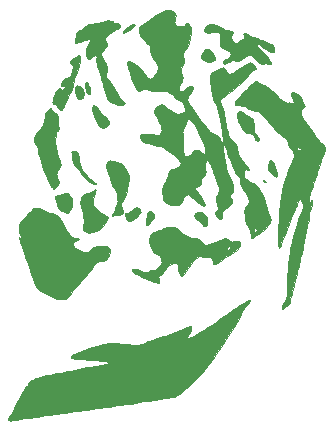
<source format=gbr>
G04 #@! TF.GenerationSoftware,KiCad,Pcbnew,9.0.2*
G04 #@! TF.CreationDate,2025-06-24T15:09:58-05:00*
G04 #@! TF.ProjectId,KokiriEmerald,4b6f6b69-7269-4456-9d65-72616c642e6b,rev?*
G04 #@! TF.SameCoordinates,Original*
G04 #@! TF.FileFunction,Legend,Top*
G04 #@! TF.FilePolarity,Positive*
%FSLAX46Y46*%
G04 Gerber Fmt 4.6, Leading zero omitted, Abs format (unit mm)*
G04 Created by KiCad (PCBNEW 9.0.2) date 2025-06-24 15:09:58*
%MOMM*%
%LPD*%
G01*
G04 APERTURE LIST*
%ADD10C,0.010000*%
G04 APERTURE END LIST*
D10*
X153493214Y-91307660D02*
X153541017Y-91392640D01*
X153544333Y-91422962D01*
X153513613Y-91442006D01*
X153447326Y-91428582D01*
X153384282Y-91390673D01*
X153383467Y-91389867D01*
X153335771Y-91317677D01*
X153364288Y-91277583D01*
X153412804Y-91271333D01*
X153493214Y-91307660D01*
G36*
X153493214Y-91307660D02*
G01*
X153541017Y-91392640D01*
X153544333Y-91422962D01*
X153513613Y-91442006D01*
X153447326Y-91428582D01*
X153384282Y-91390673D01*
X153383467Y-91389867D01*
X153335771Y-91317677D01*
X153364288Y-91277583D01*
X153412804Y-91271333D01*
X153493214Y-91307660D01*
G37*
X137696640Y-83247516D02*
X137838688Y-83323250D01*
X138001975Y-83474117D01*
X138096628Y-83662046D01*
X138127447Y-83897953D01*
X138125240Y-83974988D01*
X138104408Y-84163868D01*
X138060515Y-84283164D01*
X137982335Y-84347129D01*
X137858641Y-84370013D01*
X137813292Y-84371000D01*
X137682698Y-84360245D01*
X137602931Y-84319384D01*
X137563010Y-84270361D01*
X137464105Y-84047815D01*
X137418357Y-83767309D01*
X137415333Y-83664188D01*
X137432823Y-83444694D01*
X137485415Y-83302182D01*
X137573293Y-83236505D01*
X137696640Y-83247516D01*
G36*
X137696640Y-83247516D02*
G01*
X137838688Y-83323250D01*
X138001975Y-83474117D01*
X138096628Y-83662046D01*
X138127447Y-83897953D01*
X138125240Y-83974988D01*
X138104408Y-84163868D01*
X138060515Y-84283164D01*
X137982335Y-84347129D01*
X137858641Y-84370013D01*
X137813292Y-84371000D01*
X137682698Y-84360245D01*
X137602931Y-84319384D01*
X137563010Y-84270361D01*
X137464105Y-84047815D01*
X137418357Y-83767309D01*
X137415333Y-83664188D01*
X137432823Y-83444694D01*
X137485415Y-83302182D01*
X137573293Y-83236505D01*
X137696640Y-83247516D01*
G37*
X138408053Y-82988498D02*
X138476284Y-83049753D01*
X138539017Y-83167200D01*
X138592644Y-83321686D01*
X138633556Y-83494060D01*
X138658147Y-83665170D01*
X138662807Y-83815864D01*
X138643928Y-83926990D01*
X138597903Y-83979398D01*
X138594872Y-83980123D01*
X138523548Y-83959367D01*
X138443424Y-83889685D01*
X138437235Y-83882054D01*
X138367043Y-83759303D01*
X138328719Y-83636455D01*
X138293407Y-83367699D01*
X138281366Y-83174285D01*
X138293365Y-83049937D01*
X138330174Y-82988377D01*
X138392560Y-82983326D01*
X138408053Y-82988498D01*
G36*
X138408053Y-82988498D02*
G01*
X138476284Y-83049753D01*
X138539017Y-83167200D01*
X138592644Y-83321686D01*
X138633556Y-83494060D01*
X138658147Y-83665170D01*
X138662807Y-83815864D01*
X138643928Y-83926990D01*
X138597903Y-83979398D01*
X138594872Y-83980123D01*
X138523548Y-83959367D01*
X138443424Y-83889685D01*
X138437235Y-83882054D01*
X138367043Y-83759303D01*
X138328719Y-83636455D01*
X138293407Y-83367699D01*
X138281366Y-83174285D01*
X138293365Y-83049937D01*
X138330174Y-82988377D01*
X138392560Y-82983326D01*
X138408053Y-82988498D01*
G37*
X142349348Y-78033781D02*
X142386037Y-78046696D01*
X142433703Y-78071842D01*
X142443702Y-78107080D01*
X142409737Y-78166247D01*
X142325509Y-78263181D01*
X142251917Y-78341348D01*
X142142164Y-78439344D01*
X141995529Y-78547529D01*
X141832945Y-78653051D01*
X141675340Y-78743061D01*
X141543647Y-78804711D01*
X141463555Y-78825333D01*
X141443099Y-78789377D01*
X141437763Y-78730083D01*
X141473113Y-78642605D01*
X141566793Y-78532809D01*
X141701949Y-78417309D01*
X141860333Y-78313505D01*
X141962676Y-78246624D01*
X142081329Y-78157039D01*
X142105223Y-78137417D01*
X142208171Y-78057316D01*
X142279612Y-78025980D01*
X142349348Y-78033781D01*
G36*
X142349348Y-78033781D02*
G01*
X142386037Y-78046696D01*
X142433703Y-78071842D01*
X142443702Y-78107080D01*
X142409737Y-78166247D01*
X142325509Y-78263181D01*
X142251917Y-78341348D01*
X142142164Y-78439344D01*
X141995529Y-78547529D01*
X141832945Y-78653051D01*
X141675340Y-78743061D01*
X141543647Y-78804711D01*
X141463555Y-78825333D01*
X141443099Y-78789377D01*
X141437763Y-78730083D01*
X141473113Y-78642605D01*
X141566793Y-78532809D01*
X141701949Y-78417309D01*
X141860333Y-78313505D01*
X141962676Y-78246624D01*
X142081329Y-78157039D01*
X142105223Y-78137417D01*
X142208171Y-78057316D01*
X142279612Y-78025980D01*
X142349348Y-78033781D01*
G37*
X143908556Y-93935494D02*
X144017838Y-94034181D01*
X144072493Y-94175756D01*
X144061444Y-94342565D01*
X144052753Y-94370666D01*
X143988719Y-94508533D01*
X143891940Y-94661954D01*
X143776971Y-94813418D01*
X143658365Y-94945414D01*
X143550678Y-95040429D01*
X143468464Y-95080952D01*
X143462079Y-95081333D01*
X143414264Y-95051001D01*
X143405123Y-95038391D01*
X143397546Y-94975268D01*
X143406875Y-94859992D01*
X143420717Y-94773807D01*
X143451691Y-94592010D01*
X143480511Y-94392850D01*
X143489623Y-94319333D01*
X143530534Y-94106719D01*
X143597422Y-93970389D01*
X143693632Y-93905042D01*
X143755726Y-93897346D01*
X143908556Y-93935494D01*
G36*
X143908556Y-93935494D02*
G01*
X144017838Y-94034181D01*
X144072493Y-94175756D01*
X144061444Y-94342565D01*
X144052753Y-94370666D01*
X143988719Y-94508533D01*
X143891940Y-94661954D01*
X143776971Y-94813418D01*
X143658365Y-94945414D01*
X143550678Y-95040429D01*
X143468464Y-95080952D01*
X143462079Y-95081333D01*
X143414264Y-95051001D01*
X143405123Y-95038391D01*
X143397546Y-94975268D01*
X143406875Y-94859992D01*
X143420717Y-94773807D01*
X143451691Y-94592010D01*
X143480511Y-94392850D01*
X143489623Y-94319333D01*
X143530534Y-94106719D01*
X143597422Y-93970389D01*
X143693632Y-93905042D01*
X143755726Y-93897346D01*
X143908556Y-93935494D01*
G37*
X148643564Y-80196049D02*
X148811351Y-80282512D01*
X148979556Y-80446498D01*
X149100040Y-80613969D01*
X149200770Y-80782322D01*
X149252686Y-80900263D01*
X149259108Y-80984089D01*
X149223354Y-81050099D01*
X149194583Y-81078166D01*
X149006557Y-81202079D01*
X148807556Y-81248457D01*
X148582769Y-81219853D01*
X148507047Y-81196678D01*
X148342235Y-81121076D01*
X148197061Y-81020036D01*
X148090647Y-80910134D01*
X148042118Y-80807946D01*
X148041000Y-80792704D01*
X148065244Y-80687591D01*
X148126663Y-80548776D01*
X148208288Y-80407650D01*
X148293149Y-80295601D01*
X148326981Y-80263723D01*
X148480630Y-80189116D01*
X148643564Y-80196049D01*
G36*
X148643564Y-80196049D02*
G01*
X148811351Y-80282512D01*
X148979556Y-80446498D01*
X149100040Y-80613969D01*
X149200770Y-80782322D01*
X149252686Y-80900263D01*
X149259108Y-80984089D01*
X149223354Y-81050099D01*
X149194583Y-81078166D01*
X149006557Y-81202079D01*
X148807556Y-81248457D01*
X148582769Y-81219853D01*
X148507047Y-81196678D01*
X148342235Y-81121076D01*
X148197061Y-81020036D01*
X148090647Y-80910134D01*
X148042118Y-80807946D01*
X148041000Y-80792704D01*
X148065244Y-80687591D01*
X148126663Y-80548776D01*
X148208288Y-80407650D01*
X148293149Y-80295601D01*
X148326981Y-80263723D01*
X148480630Y-80189116D01*
X148643564Y-80196049D01*
G37*
X153983176Y-89565744D02*
X154068891Y-89627537D01*
X154155443Y-89730100D01*
X154225093Y-89855575D01*
X154236705Y-89885372D01*
X154279189Y-90010345D01*
X154335717Y-90184460D01*
X154395968Y-90375773D01*
X154413177Y-90431581D01*
X154478911Y-90669666D01*
X154505496Y-90834639D01*
X154490580Y-90929639D01*
X154431811Y-90957807D01*
X154326837Y-90922281D01*
X154173307Y-90826201D01*
X154137000Y-90800308D01*
X154004024Y-90691632D01*
X153891553Y-90577909D01*
X153831858Y-90496465D01*
X153782895Y-90351567D01*
X153761895Y-90170862D01*
X153766724Y-89978018D01*
X153795249Y-89796701D01*
X153845335Y-89650580D01*
X153914850Y-89563323D01*
X153916038Y-89562578D01*
X153983176Y-89565744D01*
G36*
X153983176Y-89565744D02*
G01*
X154068891Y-89627537D01*
X154155443Y-89730100D01*
X154225093Y-89855575D01*
X154236705Y-89885372D01*
X154279189Y-90010345D01*
X154335717Y-90184460D01*
X154395968Y-90375773D01*
X154413177Y-90431581D01*
X154478911Y-90669666D01*
X154505496Y-90834639D01*
X154490580Y-90929639D01*
X154431811Y-90957807D01*
X154326837Y-90922281D01*
X154173307Y-90826201D01*
X154137000Y-90800308D01*
X154004024Y-90691632D01*
X153891553Y-90577909D01*
X153831858Y-90496465D01*
X153782895Y-90351567D01*
X153761895Y-90170862D01*
X153766724Y-89978018D01*
X153795249Y-89796701D01*
X153845335Y-89650580D01*
X153914850Y-89563323D01*
X153916038Y-89562578D01*
X153983176Y-89565744D01*
G37*
X139037620Y-84917832D02*
X139136248Y-84991387D01*
X139252139Y-85109114D01*
X139371890Y-85256952D01*
X139482096Y-85420841D01*
X139510833Y-85470215D01*
X139618523Y-85632007D01*
X139742643Y-85744401D01*
X139847934Y-85806791D01*
X140060121Y-85954080D01*
X140194268Y-86133293D01*
X140249972Y-86343848D01*
X140251667Y-86391350D01*
X140216751Y-86577600D01*
X140121041Y-86716609D01*
X139978093Y-86801640D01*
X139801464Y-86825956D01*
X139604710Y-86782818D01*
X139531339Y-86749362D01*
X139425258Y-86670933D01*
X139322766Y-86541826D01*
X139227793Y-86378945D01*
X139091965Y-86096510D01*
X138985201Y-85819703D01*
X138909444Y-85559640D01*
X138866638Y-85327434D01*
X138858726Y-85134200D01*
X138887651Y-84991050D01*
X138955355Y-84909101D01*
X138969657Y-84902510D01*
X139037620Y-84917832D01*
G36*
X139037620Y-84917832D02*
G01*
X139136248Y-84991387D01*
X139252139Y-85109114D01*
X139371890Y-85256952D01*
X139482096Y-85420841D01*
X139510833Y-85470215D01*
X139618523Y-85632007D01*
X139742643Y-85744401D01*
X139847934Y-85806791D01*
X140060121Y-85954080D01*
X140194268Y-86133293D01*
X140249972Y-86343848D01*
X140251667Y-86391350D01*
X140216751Y-86577600D01*
X140121041Y-86716609D01*
X139978093Y-86801640D01*
X139801464Y-86825956D01*
X139604710Y-86782818D01*
X139531339Y-86749362D01*
X139425258Y-86670933D01*
X139322766Y-86541826D01*
X139227793Y-86378945D01*
X139091965Y-86096510D01*
X138985201Y-85819703D01*
X138909444Y-85559640D01*
X138866638Y-85327434D01*
X138858726Y-85134200D01*
X138887651Y-84991050D01*
X138955355Y-84909101D01*
X138969657Y-84902510D01*
X139037620Y-84917832D01*
G37*
X147889867Y-93974032D02*
X148083225Y-93997378D01*
X148230383Y-94061070D01*
X148366339Y-94181479D01*
X148390254Y-94208082D01*
X148541019Y-94416676D01*
X148614862Y-94617015D01*
X148618346Y-94811402D01*
X148572342Y-95012338D01*
X148499035Y-95134987D01*
X148396417Y-95181860D01*
X148326750Y-95176249D01*
X148263923Y-95147064D01*
X148252667Y-95127510D01*
X148223291Y-95059112D01*
X148147422Y-94956445D01*
X148043447Y-94839639D01*
X147929754Y-94728819D01*
X147824729Y-94644115D01*
X147792627Y-94623916D01*
X147645250Y-94517432D01*
X147538994Y-94394375D01*
X147491602Y-94276145D01*
X147490667Y-94259683D01*
X147516661Y-94187307D01*
X147580209Y-94093251D01*
X147589851Y-94081745D01*
X147666657Y-94009049D01*
X147753407Y-93977452D01*
X147886450Y-93973906D01*
X147889867Y-93974032D01*
G36*
X147889867Y-93974032D02*
G01*
X148083225Y-93997378D01*
X148230383Y-94061070D01*
X148366339Y-94181479D01*
X148390254Y-94208082D01*
X148541019Y-94416676D01*
X148614862Y-94617015D01*
X148618346Y-94811402D01*
X148572342Y-95012338D01*
X148499035Y-95134987D01*
X148396417Y-95181860D01*
X148326750Y-95176249D01*
X148263923Y-95147064D01*
X148252667Y-95127510D01*
X148223291Y-95059112D01*
X148147422Y-94956445D01*
X148043447Y-94839639D01*
X147929754Y-94728819D01*
X147824729Y-94644115D01*
X147792627Y-94623916D01*
X147645250Y-94517432D01*
X147538994Y-94394375D01*
X147491602Y-94276145D01*
X147490667Y-94259683D01*
X147516661Y-94187307D01*
X147580209Y-94093251D01*
X147589851Y-94081745D01*
X147666657Y-94009049D01*
X147753407Y-93977452D01*
X147886450Y-93973906D01*
X147889867Y-93974032D01*
G37*
X136710487Y-92367809D02*
X136881749Y-92463888D01*
X136914103Y-92490026D01*
X137057475Y-92656056D01*
X137138263Y-92865334D01*
X137161333Y-93104745D01*
X137131798Y-93398014D01*
X137048692Y-93668646D01*
X136929914Y-93876742D01*
X136857178Y-93961381D01*
X136786895Y-94004310D01*
X136698488Y-94006931D01*
X136571382Y-93970647D01*
X136420500Y-93911476D01*
X136270790Y-93840113D01*
X136141826Y-93761360D01*
X136075070Y-93705578D01*
X135992926Y-93582240D01*
X135911795Y-93406788D01*
X135839010Y-93203280D01*
X135781902Y-92995777D01*
X135747804Y-92808338D01*
X135744048Y-92665024D01*
X135749298Y-92636588D01*
X135790741Y-92573862D01*
X135887262Y-92535057D01*
X135959394Y-92521695D01*
X136119321Y-92485268D01*
X136290911Y-92428448D01*
X136338652Y-92408725D01*
X136536073Y-92350356D01*
X136710487Y-92367809D01*
G36*
X136710487Y-92367809D02*
G01*
X136881749Y-92463888D01*
X136914103Y-92490026D01*
X137057475Y-92656056D01*
X137138263Y-92865334D01*
X137161333Y-93104745D01*
X137131798Y-93398014D01*
X137048692Y-93668646D01*
X136929914Y-93876742D01*
X136857178Y-93961381D01*
X136786895Y-94004310D01*
X136698488Y-94006931D01*
X136571382Y-93970647D01*
X136420500Y-93911476D01*
X136270790Y-93840113D01*
X136141826Y-93761360D01*
X136075070Y-93705578D01*
X135992926Y-93582240D01*
X135911795Y-93406788D01*
X135839010Y-93203280D01*
X135781902Y-92995777D01*
X135747804Y-92808338D01*
X135744048Y-92665024D01*
X135749298Y-92636588D01*
X135790741Y-92573862D01*
X135887262Y-92535057D01*
X135959394Y-92521695D01*
X136119321Y-92485268D01*
X136290911Y-92428448D01*
X136338652Y-92408725D01*
X136536073Y-92350356D01*
X136710487Y-92367809D01*
G37*
X142753196Y-93581887D02*
X142813355Y-93627402D01*
X142882482Y-93722739D01*
X142938844Y-93842000D01*
X142961000Y-93937208D01*
X142932694Y-93998892D01*
X142858426Y-94100349D01*
X142754170Y-94223625D01*
X142635900Y-94350768D01*
X142519592Y-94463825D01*
X142421220Y-94544842D01*
X142418874Y-94546478D01*
X142247276Y-94643928D01*
X142081609Y-94700535D01*
X141944120Y-94710191D01*
X141887157Y-94692495D01*
X141796889Y-94600596D01*
X141721527Y-94443815D01*
X141671118Y-94245250D01*
X141657382Y-94130924D01*
X141669550Y-94077840D01*
X141709353Y-94065333D01*
X141742741Y-94061329D01*
X141787644Y-94044953D01*
X141855547Y-94009659D01*
X141957936Y-93948900D01*
X142106298Y-93856130D01*
X142312117Y-93724803D01*
X142354341Y-93697727D01*
X142525863Y-93600831D01*
X142653862Y-93562976D01*
X142753196Y-93581887D01*
G36*
X142753196Y-93581887D02*
G01*
X142813355Y-93627402D01*
X142882482Y-93722739D01*
X142938844Y-93842000D01*
X142961000Y-93937208D01*
X142932694Y-93998892D01*
X142858426Y-94100349D01*
X142754170Y-94223625D01*
X142635900Y-94350768D01*
X142519592Y-94463825D01*
X142421220Y-94544842D01*
X142418874Y-94546478D01*
X142247276Y-94643928D01*
X142081609Y-94700535D01*
X141944120Y-94710191D01*
X141887157Y-94692495D01*
X141796889Y-94600596D01*
X141721527Y-94443815D01*
X141671118Y-94245250D01*
X141657382Y-94130924D01*
X141669550Y-94077840D01*
X141709353Y-94065333D01*
X141742741Y-94061329D01*
X141787644Y-94044953D01*
X141855547Y-94009659D01*
X141957936Y-93948900D01*
X142106298Y-93856130D01*
X142312117Y-93724803D01*
X142354341Y-93697727D01*
X142525863Y-93600831D01*
X142653862Y-93562976D01*
X142753196Y-93581887D01*
G37*
X137280989Y-88762836D02*
X137350737Y-88777807D01*
X137479935Y-88818662D01*
X137557140Y-88875018D01*
X137614372Y-88972857D01*
X137627341Y-89002247D01*
X137673771Y-89136811D01*
X137720175Y-89313984D01*
X137752239Y-89472167D01*
X137785177Y-89665988D01*
X137819392Y-89866680D01*
X137842297Y-90000561D01*
X137875150Y-90142058D01*
X137928582Y-90254939D01*
X138020620Y-90371487D01*
X138090508Y-90445061D01*
X138200363Y-90568814D01*
X138285427Y-90686324D01*
X138326249Y-90769420D01*
X138384393Y-90889030D01*
X138488325Y-91016792D01*
X138609478Y-91122065D01*
X138699156Y-91169365D01*
X138813210Y-91221508D01*
X138937659Y-91302736D01*
X139050132Y-91395071D01*
X139128258Y-91480530D01*
X139151000Y-91532510D01*
X139148946Y-91577057D01*
X139131423Y-91597503D01*
X139081387Y-91593142D01*
X138981792Y-91563270D01*
X138854086Y-91520226D01*
X138740706Y-91475258D01*
X138639116Y-91416124D01*
X138531802Y-91329118D01*
X138401248Y-91200534D01*
X138279260Y-91070429D01*
X138027173Y-90789847D01*
X137792208Y-90515032D01*
X137584667Y-90258779D01*
X137414854Y-90033884D01*
X137293072Y-89853141D01*
X137275989Y-89824462D01*
X137204729Y-89678809D01*
X137170068Y-89534632D01*
X137161333Y-89358515D01*
X137154513Y-89188716D01*
X137136902Y-89030004D01*
X137119409Y-88944428D01*
X137100625Y-88838376D01*
X137109042Y-88768135D01*
X137113133Y-88762600D01*
X137171721Y-88751417D01*
X137280989Y-88762836D01*
G36*
X137280989Y-88762836D02*
G01*
X137350737Y-88777807D01*
X137479935Y-88818662D01*
X137557140Y-88875018D01*
X137614372Y-88972857D01*
X137627341Y-89002247D01*
X137673771Y-89136811D01*
X137720175Y-89313984D01*
X137752239Y-89472167D01*
X137785177Y-89665988D01*
X137819392Y-89866680D01*
X137842297Y-90000561D01*
X137875150Y-90142058D01*
X137928582Y-90254939D01*
X138020620Y-90371487D01*
X138090508Y-90445061D01*
X138200363Y-90568814D01*
X138285427Y-90686324D01*
X138326249Y-90769420D01*
X138384393Y-90889030D01*
X138488325Y-91016792D01*
X138609478Y-91122065D01*
X138699156Y-91169365D01*
X138813210Y-91221508D01*
X138937659Y-91302736D01*
X139050132Y-91395071D01*
X139128258Y-91480530D01*
X139151000Y-91532510D01*
X139148946Y-91577057D01*
X139131423Y-91597503D01*
X139081387Y-91593142D01*
X138981792Y-91563270D01*
X138854086Y-91520226D01*
X138740706Y-91475258D01*
X138639116Y-91416124D01*
X138531802Y-91329118D01*
X138401248Y-91200534D01*
X138279260Y-91070429D01*
X138027173Y-90789847D01*
X137792208Y-90515032D01*
X137584667Y-90258779D01*
X137414854Y-90033884D01*
X137293072Y-89853141D01*
X137275989Y-89824462D01*
X137204729Y-89678809D01*
X137170068Y-89534632D01*
X137161333Y-89358515D01*
X137154513Y-89188716D01*
X137136902Y-89030004D01*
X137119409Y-88944428D01*
X137100625Y-88838376D01*
X137109042Y-88768135D01*
X137113133Y-88762600D01*
X137171721Y-88751417D01*
X137280989Y-88762836D01*
G37*
X151558098Y-85480079D02*
X151748564Y-85604712D01*
X151799916Y-85647524D01*
X151915027Y-85733006D01*
X152068835Y-85829068D01*
X152189905Y-85895120D01*
X152326287Y-85972713D01*
X152433585Y-86049684D01*
X152484406Y-86103688D01*
X152503217Y-86179875D01*
X152518004Y-86317855D01*
X152526779Y-86494782D01*
X152528333Y-86609128D01*
X152532435Y-86802482D01*
X152543456Y-86974493D01*
X152559465Y-87100506D01*
X152570036Y-87142174D01*
X152616982Y-87227347D01*
X152702588Y-87351352D01*
X152809601Y-87489443D01*
X152826096Y-87509436D01*
X152932382Y-87640355D01*
X152990781Y-87725757D01*
X153009312Y-87783709D01*
X152995994Y-87832278D01*
X152980626Y-87857590D01*
X152887102Y-87943696D01*
X152783044Y-87954634D01*
X152689029Y-87889028D01*
X152680587Y-87877656D01*
X152629029Y-87772022D01*
X152613000Y-87691007D01*
X152589991Y-87598445D01*
X152533028Y-87482978D01*
X152516501Y-87457010D01*
X152450576Y-87373040D01*
X152375620Y-87323264D01*
X152262390Y-87292672D01*
X152167251Y-87277746D01*
X151972361Y-87245804D01*
X151838699Y-87204489D01*
X151743110Y-87137519D01*
X151662437Y-87028610D01*
X151573524Y-86861479D01*
X151572574Y-86859576D01*
X151489733Y-86702316D01*
X151410229Y-86565984D01*
X151349009Y-86475928D01*
X151340477Y-86465922D01*
X151243619Y-86322041D01*
X151168307Y-86138146D01*
X151119615Y-85938983D01*
X151102619Y-85749296D01*
X151122395Y-85593833D01*
X151149348Y-85534036D01*
X151252334Y-85443667D01*
X151390636Y-85426040D01*
X151558098Y-85480079D01*
G36*
X151558098Y-85480079D02*
G01*
X151748564Y-85604712D01*
X151799916Y-85647524D01*
X151915027Y-85733006D01*
X152068835Y-85829068D01*
X152189905Y-85895120D01*
X152326287Y-85972713D01*
X152433585Y-86049684D01*
X152484406Y-86103688D01*
X152503217Y-86179875D01*
X152518004Y-86317855D01*
X152526779Y-86494782D01*
X152528333Y-86609128D01*
X152532435Y-86802482D01*
X152543456Y-86974493D01*
X152559465Y-87100506D01*
X152570036Y-87142174D01*
X152616982Y-87227347D01*
X152702588Y-87351352D01*
X152809601Y-87489443D01*
X152826096Y-87509436D01*
X152932382Y-87640355D01*
X152990781Y-87725757D01*
X153009312Y-87783709D01*
X152995994Y-87832278D01*
X152980626Y-87857590D01*
X152887102Y-87943696D01*
X152783044Y-87954634D01*
X152689029Y-87889028D01*
X152680587Y-87877656D01*
X152629029Y-87772022D01*
X152613000Y-87691007D01*
X152589991Y-87598445D01*
X152533028Y-87482978D01*
X152516501Y-87457010D01*
X152450576Y-87373040D01*
X152375620Y-87323264D01*
X152262390Y-87292672D01*
X152167251Y-87277746D01*
X151972361Y-87245804D01*
X151838699Y-87204489D01*
X151743110Y-87137519D01*
X151662437Y-87028610D01*
X151573524Y-86861479D01*
X151572574Y-86859576D01*
X151489733Y-86702316D01*
X151410229Y-86565984D01*
X151349009Y-86475928D01*
X151340477Y-86465922D01*
X151243619Y-86322041D01*
X151168307Y-86138146D01*
X151119615Y-85938983D01*
X151102619Y-85749296D01*
X151122395Y-85593833D01*
X151149348Y-85534036D01*
X151252334Y-85443667D01*
X151390636Y-85426040D01*
X151558098Y-85480079D01*
G37*
X139138951Y-92083332D02*
X139143056Y-92109158D01*
X139134299Y-92185213D01*
X139100045Y-92318256D01*
X139046339Y-92486703D01*
X139005080Y-92601711D01*
X138925894Y-92835358D01*
X138886944Y-93026074D01*
X138892912Y-93191413D01*
X138948480Y-93348928D01*
X139058332Y-93516173D01*
X139227149Y-93710702D01*
X139329492Y-93817884D01*
X139447629Y-93924703D01*
X139597123Y-94039357D01*
X139758099Y-94148960D01*
X139910683Y-94240626D01*
X140035000Y-94301470D01*
X140102915Y-94319333D01*
X140173177Y-94347762D01*
X140186220Y-94428494D01*
X140145422Y-94554697D01*
X140054156Y-94719539D01*
X139915799Y-94916188D01*
X139733724Y-95137811D01*
X139655179Y-95225621D01*
X139410517Y-95447775D01*
X139148453Y-95603414D01*
X138880035Y-95688752D01*
X138616310Y-95700004D01*
X138412046Y-95651575D01*
X138239671Y-95564661D01*
X138115393Y-95459248D01*
X138054555Y-95349535D01*
X138050971Y-95317371D01*
X138065525Y-95221990D01*
X138100893Y-95094297D01*
X138112612Y-95060167D01*
X138154498Y-94911473D01*
X138170129Y-94756534D01*
X138158280Y-94577361D01*
X138117723Y-94355964D01*
X138047233Y-94074355D01*
X138044790Y-94065333D01*
X137966663Y-93772612D01*
X137910315Y-93546415D01*
X137873639Y-93372040D01*
X137854528Y-93234784D01*
X137850878Y-93119943D01*
X137860582Y-93012815D01*
X137879240Y-92909644D01*
X137945150Y-92696827D01*
X138050304Y-92538154D01*
X138207686Y-92421842D01*
X138430278Y-92336107D01*
X138543125Y-92307123D01*
X138757876Y-92245741D01*
X138927098Y-92174027D01*
X139002833Y-92125234D01*
X139085161Y-92060079D01*
X139123551Y-92046912D01*
X139138951Y-92083332D01*
G36*
X139138951Y-92083332D02*
G01*
X139143056Y-92109158D01*
X139134299Y-92185213D01*
X139100045Y-92318256D01*
X139046339Y-92486703D01*
X139005080Y-92601711D01*
X138925894Y-92835358D01*
X138886944Y-93026074D01*
X138892912Y-93191413D01*
X138948480Y-93348928D01*
X139058332Y-93516173D01*
X139227149Y-93710702D01*
X139329492Y-93817884D01*
X139447629Y-93924703D01*
X139597123Y-94039357D01*
X139758099Y-94148960D01*
X139910683Y-94240626D01*
X140035000Y-94301470D01*
X140102915Y-94319333D01*
X140173177Y-94347762D01*
X140186220Y-94428494D01*
X140145422Y-94554697D01*
X140054156Y-94719539D01*
X139915799Y-94916188D01*
X139733724Y-95137811D01*
X139655179Y-95225621D01*
X139410517Y-95447775D01*
X139148453Y-95603414D01*
X138880035Y-95688752D01*
X138616310Y-95700004D01*
X138412046Y-95651575D01*
X138239671Y-95564661D01*
X138115393Y-95459248D01*
X138054555Y-95349535D01*
X138050971Y-95317371D01*
X138065525Y-95221990D01*
X138100893Y-95094297D01*
X138112612Y-95060167D01*
X138154498Y-94911473D01*
X138170129Y-94756534D01*
X138158280Y-94577361D01*
X138117723Y-94355964D01*
X138047233Y-94074355D01*
X138044790Y-94065333D01*
X137966663Y-93772612D01*
X137910315Y-93546415D01*
X137873639Y-93372040D01*
X137854528Y-93234784D01*
X137850878Y-93119943D01*
X137860582Y-93012815D01*
X137879240Y-92909644D01*
X137945150Y-92696827D01*
X138050304Y-92538154D01*
X138207686Y-92421842D01*
X138430278Y-92336107D01*
X138543125Y-92307123D01*
X138757876Y-92245741D01*
X138927098Y-92174027D01*
X139002833Y-92125234D01*
X139085161Y-92060079D01*
X139123551Y-92046912D01*
X139138951Y-92083332D01*
G37*
X140480506Y-89616197D02*
X140535931Y-89632870D01*
X140702699Y-89679641D01*
X140892154Y-89726055D01*
X140972094Y-89743437D01*
X141132807Y-89786710D01*
X141282378Y-89843672D01*
X141343620Y-89875223D01*
X141456722Y-89973790D01*
X141584078Y-90132626D01*
X141712654Y-90331854D01*
X141829416Y-90551593D01*
X141908636Y-90736963D01*
X141940695Y-90821474D01*
X141963723Y-90889813D01*
X141976891Y-90955356D01*
X141979367Y-91031476D01*
X141970318Y-91131549D01*
X141948915Y-91268948D01*
X141914324Y-91457047D01*
X141865715Y-91709222D01*
X141839882Y-91842833D01*
X141775586Y-92153837D01*
X141712672Y-92400145D01*
X141643625Y-92601259D01*
X141560929Y-92776682D01*
X141457070Y-92945915D01*
X141365253Y-93074496D01*
X141297755Y-93187676D01*
X141273822Y-93302584D01*
X141293735Y-93441435D01*
X141357773Y-93626443D01*
X141372691Y-93663167D01*
X141443872Y-93848979D01*
X141474193Y-93974975D01*
X141461736Y-94056517D01*
X141404586Y-94108966D01*
X141312685Y-94144194D01*
X141199976Y-94173841D01*
X141122883Y-94186658D01*
X141111601Y-94186103D01*
X141045293Y-94188847D01*
X140912039Y-94208354D01*
X140727357Y-94242205D01*
X140643250Y-94259079D01*
X140565011Y-94254905D01*
X140548000Y-94216805D01*
X140573870Y-94144131D01*
X140590938Y-94128459D01*
X140651309Y-94058250D01*
X140716744Y-93932500D01*
X140775370Y-93778624D01*
X140815315Y-93624037D01*
X140819094Y-93601621D01*
X140858648Y-93446181D01*
X140920072Y-93298746D01*
X140935653Y-93271401D01*
X140980290Y-93187652D01*
X141002782Y-93102398D01*
X141006398Y-92988924D01*
X140994406Y-92820514D01*
X140992862Y-92803780D01*
X140938125Y-92461686D01*
X140835552Y-92161134D01*
X140672944Y-91866863D01*
X140664046Y-91853243D01*
X140548346Y-91631139D01*
X140444874Y-91333778D01*
X140405710Y-91189815D01*
X140347984Y-90985190D01*
X140283535Y-90791521D01*
X140221923Y-90636139D01*
X140189190Y-90570760D01*
X140098822Y-90363959D01*
X140057131Y-90148920D01*
X140063257Y-89945022D01*
X140116337Y-89771646D01*
X140215511Y-89648171D01*
X140230677Y-89637491D01*
X140302045Y-89599519D01*
X140374335Y-89592587D01*
X140480506Y-89616197D01*
G36*
X140480506Y-89616197D02*
G01*
X140535931Y-89632870D01*
X140702699Y-89679641D01*
X140892154Y-89726055D01*
X140972094Y-89743437D01*
X141132807Y-89786710D01*
X141282378Y-89843672D01*
X141343620Y-89875223D01*
X141456722Y-89973790D01*
X141584078Y-90132626D01*
X141712654Y-90331854D01*
X141829416Y-90551593D01*
X141908636Y-90736963D01*
X141940695Y-90821474D01*
X141963723Y-90889813D01*
X141976891Y-90955356D01*
X141979367Y-91031476D01*
X141970318Y-91131549D01*
X141948915Y-91268948D01*
X141914324Y-91457047D01*
X141865715Y-91709222D01*
X141839882Y-91842833D01*
X141775586Y-92153837D01*
X141712672Y-92400145D01*
X141643625Y-92601259D01*
X141560929Y-92776682D01*
X141457070Y-92945915D01*
X141365253Y-93074496D01*
X141297755Y-93187676D01*
X141273822Y-93302584D01*
X141293735Y-93441435D01*
X141357773Y-93626443D01*
X141372691Y-93663167D01*
X141443872Y-93848979D01*
X141474193Y-93974975D01*
X141461736Y-94056517D01*
X141404586Y-94108966D01*
X141312685Y-94144194D01*
X141199976Y-94173841D01*
X141122883Y-94186658D01*
X141111601Y-94186103D01*
X141045293Y-94188847D01*
X140912039Y-94208354D01*
X140727357Y-94242205D01*
X140643250Y-94259079D01*
X140565011Y-94254905D01*
X140548000Y-94216805D01*
X140573870Y-94144131D01*
X140590938Y-94128459D01*
X140651309Y-94058250D01*
X140716744Y-93932500D01*
X140775370Y-93778624D01*
X140815315Y-93624037D01*
X140819094Y-93601621D01*
X140858648Y-93446181D01*
X140920072Y-93298746D01*
X140935653Y-93271401D01*
X140980290Y-93187652D01*
X141002782Y-93102398D01*
X141006398Y-92988924D01*
X140994406Y-92820514D01*
X140992862Y-92803780D01*
X140938125Y-92461686D01*
X140835552Y-92161134D01*
X140672944Y-91866863D01*
X140664046Y-91853243D01*
X140548346Y-91631139D01*
X140444874Y-91333778D01*
X140405710Y-91189815D01*
X140347984Y-90985190D01*
X140283535Y-90791521D01*
X140221923Y-90636139D01*
X140189190Y-90570760D01*
X140098822Y-90363959D01*
X140057131Y-90148920D01*
X140063257Y-89945022D01*
X140116337Y-89771646D01*
X140215511Y-89648171D01*
X140230677Y-89637491D01*
X140302045Y-89599519D01*
X140374335Y-89592587D01*
X140480506Y-89616197D01*
G37*
X137797452Y-80754442D02*
X137841167Y-80968369D01*
X137834303Y-81228410D01*
X137780292Y-81515480D01*
X137682570Y-81810493D01*
X137561859Y-82063833D01*
X137450197Y-82300711D01*
X137354869Y-82570050D01*
X137284786Y-82841040D01*
X137248858Y-83082870D01*
X137246000Y-83156022D01*
X137228623Y-83324392D01*
X137165863Y-83472720D01*
X137121832Y-83541383D01*
X137040113Y-83682322D01*
X136957247Y-83860094D01*
X136906228Y-83993510D01*
X136832153Y-84186614D01*
X136738553Y-84395281D01*
X136675352Y-84519167D01*
X136588318Y-84692416D01*
X136507936Y-84876866D01*
X136464229Y-84995394D01*
X136407410Y-85132823D01*
X136340142Y-85242270D01*
X136301852Y-85281144D01*
X136212749Y-85334650D01*
X136157133Y-85333961D01*
X136113474Y-85291750D01*
X136064590Y-85218528D01*
X136004996Y-85114967D01*
X136003316Y-85111833D01*
X135908093Y-84954562D01*
X135817033Y-84859993D01*
X135709593Y-84809846D01*
X135649101Y-84796678D01*
X135545389Y-84773191D01*
X135502888Y-84732927D01*
X135498727Y-84649170D01*
X135500608Y-84623233D01*
X135566415Y-84293471D01*
X135712809Y-83946950D01*
X135829894Y-83746342D01*
X135948474Y-83573998D01*
X136038920Y-83475617D01*
X136107296Y-83447710D01*
X136159668Y-83486788D01*
X136186103Y-83541388D01*
X136241227Y-83643726D01*
X136308499Y-83666241D01*
X136404812Y-83613641D01*
X136415524Y-83605350D01*
X136508528Y-83488252D01*
X136526333Y-83394261D01*
X136519355Y-83314765D01*
X136482270Y-83279425D01*
X136390855Y-83270510D01*
X136357000Y-83270333D01*
X136246574Y-83263466D01*
X136197689Y-83235100D01*
X136187667Y-83182883D01*
X136216599Y-83059466D01*
X136291363Y-82920816D01*
X136393908Y-82789292D01*
X136506182Y-82687249D01*
X136610136Y-82637043D01*
X136629888Y-82635175D01*
X136749027Y-82604855D01*
X136885849Y-82528369D01*
X137006713Y-82426891D01*
X137054164Y-82368147D01*
X137099894Y-82268603D01*
X137145336Y-82122187D01*
X137184595Y-81956176D01*
X137211779Y-81797848D01*
X137220994Y-81674481D01*
X137214530Y-81625889D01*
X137166206Y-81547384D01*
X137090404Y-81462605D01*
X137003138Y-81340622D01*
X136996492Y-81214845D01*
X137071334Y-81083759D01*
X137228530Y-80945844D01*
X137468948Y-80799583D01*
X137469368Y-80799358D01*
X137756237Y-80646039D01*
X137797452Y-80754442D01*
G36*
X137797452Y-80754442D02*
G01*
X137841167Y-80968369D01*
X137834303Y-81228410D01*
X137780292Y-81515480D01*
X137682570Y-81810493D01*
X137561859Y-82063833D01*
X137450197Y-82300711D01*
X137354869Y-82570050D01*
X137284786Y-82841040D01*
X137248858Y-83082870D01*
X137246000Y-83156022D01*
X137228623Y-83324392D01*
X137165863Y-83472720D01*
X137121832Y-83541383D01*
X137040113Y-83682322D01*
X136957247Y-83860094D01*
X136906228Y-83993510D01*
X136832153Y-84186614D01*
X136738553Y-84395281D01*
X136675352Y-84519167D01*
X136588318Y-84692416D01*
X136507936Y-84876866D01*
X136464229Y-84995394D01*
X136407410Y-85132823D01*
X136340142Y-85242270D01*
X136301852Y-85281144D01*
X136212749Y-85334650D01*
X136157133Y-85333961D01*
X136113474Y-85291750D01*
X136064590Y-85218528D01*
X136004996Y-85114967D01*
X136003316Y-85111833D01*
X135908093Y-84954562D01*
X135817033Y-84859993D01*
X135709593Y-84809846D01*
X135649101Y-84796678D01*
X135545389Y-84773191D01*
X135502888Y-84732927D01*
X135498727Y-84649170D01*
X135500608Y-84623233D01*
X135566415Y-84293471D01*
X135712809Y-83946950D01*
X135829894Y-83746342D01*
X135948474Y-83573998D01*
X136038920Y-83475617D01*
X136107296Y-83447710D01*
X136159668Y-83486788D01*
X136186103Y-83541388D01*
X136241227Y-83643726D01*
X136308499Y-83666241D01*
X136404812Y-83613641D01*
X136415524Y-83605350D01*
X136508528Y-83488252D01*
X136526333Y-83394261D01*
X136519355Y-83314765D01*
X136482270Y-83279425D01*
X136390855Y-83270510D01*
X136357000Y-83270333D01*
X136246574Y-83263466D01*
X136197689Y-83235100D01*
X136187667Y-83182883D01*
X136216599Y-83059466D01*
X136291363Y-82920816D01*
X136393908Y-82789292D01*
X136506182Y-82687249D01*
X136610136Y-82637043D01*
X136629888Y-82635175D01*
X136749027Y-82604855D01*
X136885849Y-82528369D01*
X137006713Y-82426891D01*
X137054164Y-82368147D01*
X137099894Y-82268603D01*
X137145336Y-82122187D01*
X137184595Y-81956176D01*
X137211779Y-81797848D01*
X137220994Y-81674481D01*
X137214530Y-81625889D01*
X137166206Y-81547384D01*
X137090404Y-81462605D01*
X137003138Y-81340622D01*
X136996492Y-81214845D01*
X137071334Y-81083759D01*
X137228530Y-80945844D01*
X137468948Y-80799583D01*
X137469368Y-80799358D01*
X137756237Y-80646039D01*
X137797452Y-80754442D01*
G37*
X135340256Y-85168183D02*
X135388045Y-85228233D01*
X135430888Y-85302572D01*
X135575222Y-85475248D01*
X135704104Y-85557917D01*
X135806422Y-85615511D01*
X135872864Y-85681986D01*
X135911046Y-85776208D01*
X135928581Y-85917045D01*
X135933085Y-86123364D01*
X135933088Y-86125285D01*
X135941204Y-86321560D01*
X135961605Y-86525985D01*
X135982718Y-86656553D01*
X136010413Y-86862478D01*
X135999406Y-87013932D01*
X135951304Y-87102519D01*
X135893573Y-87122667D01*
X135835438Y-87163140D01*
X135792024Y-87284935D01*
X135763245Y-87488610D01*
X135749013Y-87774726D01*
X135747938Y-88054000D01*
X135774735Y-88464408D01*
X135849774Y-88868290D01*
X135978624Y-89291526D01*
X136060900Y-89508353D01*
X136121667Y-89675419D01*
X136166537Y-89827948D01*
X136187169Y-89936936D01*
X136187667Y-89949192D01*
X136161204Y-90058964D01*
X136087360Y-90214424D01*
X135997167Y-90363488D01*
X135908506Y-90504686D01*
X135841829Y-90622701D01*
X135808484Y-90697054D01*
X135806667Y-90707224D01*
X135822890Y-90772592D01*
X135864955Y-90887188D01*
X135910885Y-90996575D01*
X135997739Y-91209618D01*
X136041650Y-91370041D01*
X136043870Y-91497441D01*
X136005649Y-91611414D01*
X135955402Y-91693846D01*
X135829820Y-91845362D01*
X135701577Y-91949070D01*
X135588567Y-91990768D01*
X135580948Y-91991000D01*
X135523580Y-91958272D01*
X135447738Y-91875643D01*
X135414626Y-91829375D01*
X135282637Y-91608118D01*
X135140390Y-91332177D01*
X135001125Y-91028210D01*
X134922738Y-90839012D01*
X134820933Y-90571865D01*
X134715501Y-90276946D01*
X134611449Y-89970102D01*
X134513785Y-89667179D01*
X134427520Y-89384023D01*
X134357659Y-89136481D01*
X134309214Y-88940398D01*
X134290017Y-88837167D01*
X134242435Y-88605692D01*
X134158221Y-88396369D01*
X134087293Y-88268404D01*
X133972667Y-88044251D01*
X133925946Y-87869959D01*
X133924757Y-87842955D01*
X133950639Y-87710731D01*
X134019095Y-87539445D01*
X134116341Y-87353219D01*
X134228593Y-87176173D01*
X134342066Y-87032431D01*
X134434379Y-86951142D01*
X134562631Y-86825936D01*
X134669121Y-86626248D01*
X134750091Y-86360324D01*
X134782693Y-86186811D01*
X134830679Y-85959134D01*
X134901492Y-85731141D01*
X134987061Y-85521299D01*
X135079318Y-85348075D01*
X135170191Y-85229935D01*
X135215885Y-85195525D01*
X135291309Y-85161482D01*
X135340256Y-85168183D01*
G36*
X135340256Y-85168183D02*
G01*
X135388045Y-85228233D01*
X135430888Y-85302572D01*
X135575222Y-85475248D01*
X135704104Y-85557917D01*
X135806422Y-85615511D01*
X135872864Y-85681986D01*
X135911046Y-85776208D01*
X135928581Y-85917045D01*
X135933085Y-86123364D01*
X135933088Y-86125285D01*
X135941204Y-86321560D01*
X135961605Y-86525985D01*
X135982718Y-86656553D01*
X136010413Y-86862478D01*
X135999406Y-87013932D01*
X135951304Y-87102519D01*
X135893573Y-87122667D01*
X135835438Y-87163140D01*
X135792024Y-87284935D01*
X135763245Y-87488610D01*
X135749013Y-87774726D01*
X135747938Y-88054000D01*
X135774735Y-88464408D01*
X135849774Y-88868290D01*
X135978624Y-89291526D01*
X136060900Y-89508353D01*
X136121667Y-89675419D01*
X136166537Y-89827948D01*
X136187169Y-89936936D01*
X136187667Y-89949192D01*
X136161204Y-90058964D01*
X136087360Y-90214424D01*
X135997167Y-90363488D01*
X135908506Y-90504686D01*
X135841829Y-90622701D01*
X135808484Y-90697054D01*
X135806667Y-90707224D01*
X135822890Y-90772592D01*
X135864955Y-90887188D01*
X135910885Y-90996575D01*
X135997739Y-91209618D01*
X136041650Y-91370041D01*
X136043870Y-91497441D01*
X136005649Y-91611414D01*
X135955402Y-91693846D01*
X135829820Y-91845362D01*
X135701577Y-91949070D01*
X135588567Y-91990768D01*
X135580948Y-91991000D01*
X135523580Y-91958272D01*
X135447738Y-91875643D01*
X135414626Y-91829375D01*
X135282637Y-91608118D01*
X135140390Y-91332177D01*
X135001125Y-91028210D01*
X134922738Y-90839012D01*
X134820933Y-90571865D01*
X134715501Y-90276946D01*
X134611449Y-89970102D01*
X134513785Y-89667179D01*
X134427520Y-89384023D01*
X134357659Y-89136481D01*
X134309214Y-88940398D01*
X134290017Y-88837167D01*
X134242435Y-88605692D01*
X134158221Y-88396369D01*
X134087293Y-88268404D01*
X133972667Y-88044251D01*
X133925946Y-87869959D01*
X133924757Y-87842955D01*
X133950639Y-87710731D01*
X134019095Y-87539445D01*
X134116341Y-87353219D01*
X134228593Y-87176173D01*
X134342066Y-87032431D01*
X134434379Y-86951142D01*
X134562631Y-86825936D01*
X134669121Y-86626248D01*
X134750091Y-86360324D01*
X134782693Y-86186811D01*
X134830679Y-85959134D01*
X134901492Y-85731141D01*
X134987061Y-85521299D01*
X135079318Y-85348075D01*
X135170191Y-85229935D01*
X135215885Y-85195525D01*
X135291309Y-85161482D01*
X135340256Y-85168183D01*
G37*
X140494867Y-77750037D02*
X140501046Y-77751259D01*
X140586812Y-77772960D01*
X140599468Y-77797459D01*
X140560126Y-77831875D01*
X140526596Y-77864999D01*
X140546715Y-77887330D01*
X140632974Y-77906574D01*
X140697039Y-77916328D01*
X140937840Y-77965748D01*
X141100733Y-78034425D01*
X141190804Y-78124870D01*
X141207792Y-78168540D01*
X141199863Y-78283228D01*
X141113447Y-78370072D01*
X140971176Y-78422238D01*
X140899114Y-78456028D01*
X140776206Y-78531543D01*
X140618314Y-78638373D01*
X140441304Y-78766108D01*
X140399676Y-78797258D01*
X140183904Y-78964705D01*
X140034133Y-79096469D01*
X139945292Y-79202881D01*
X139912311Y-79294273D01*
X139930120Y-79380974D01*
X139993647Y-79473318D01*
X140042044Y-79525942D01*
X140124382Y-79630804D01*
X140152645Y-79731488D01*
X140123412Y-79842149D01*
X140033260Y-79976944D01*
X139895412Y-80132496D01*
X139739360Y-80304058D01*
X139642617Y-80437930D01*
X139603044Y-80554664D01*
X139618504Y-80674816D01*
X139686857Y-80818941D01*
X139804583Y-81005500D01*
X139897306Y-81166041D01*
X139989582Y-81357546D01*
X140041929Y-81486648D01*
X140094093Y-81642180D01*
X140116498Y-81757213D01*
X140112645Y-81869110D01*
X140089791Y-81997196D01*
X140048511Y-82224374D01*
X140036764Y-82392127D01*
X140059077Y-82521921D01*
X140119977Y-82635221D01*
X140223993Y-82753492D01*
X140255967Y-82785091D01*
X140478397Y-83027952D01*
X140637850Y-83267603D01*
X140718468Y-83439667D01*
X140802000Y-83613321D01*
X140924539Y-83825612D01*
X141069584Y-84051247D01*
X141220633Y-84264930D01*
X141361185Y-84441369D01*
X141400358Y-84484882D01*
X141502564Y-84601545D01*
X141576272Y-84700245D01*
X141606255Y-84760489D01*
X141606333Y-84762166D01*
X141569948Y-84854447D01*
X141463985Y-84905732D01*
X141293229Y-84915498D01*
X141062469Y-84883225D01*
X140886667Y-84840587D01*
X140612923Y-84756791D01*
X140414474Y-84675604D01*
X140282208Y-84592985D01*
X140242410Y-84554892D01*
X140181582Y-84456827D01*
X140108269Y-84291973D01*
X140027859Y-84076297D01*
X139945740Y-83825770D01*
X139867300Y-83556359D01*
X139797928Y-83284035D01*
X139767206Y-83146477D01*
X139711749Y-82907465D01*
X139646214Y-82661073D01*
X139579665Y-82439807D01*
X139532371Y-82304242D01*
X139401117Y-81948793D01*
X139306709Y-81655481D01*
X139246153Y-81411734D01*
X139216457Y-81204979D01*
X139214628Y-81022645D01*
X139217845Y-80982738D01*
X139228880Y-80821254D01*
X139221519Y-80722196D01*
X139193457Y-80664869D01*
X139181122Y-80653099D01*
X139134672Y-80632385D01*
X139074367Y-80651498D01*
X138981883Y-80718713D01*
X138920224Y-80770885D01*
X138748977Y-80903169D01*
X138615290Y-80967277D01*
X138509865Y-80965551D01*
X138423401Y-80900332D01*
X138420423Y-80896705D01*
X138381250Y-80836242D01*
X138358530Y-80760438D01*
X138349419Y-80648551D01*
X138351072Y-80479839D01*
X138353482Y-80408520D01*
X138362676Y-80219334D01*
X138378363Y-80087749D01*
X138407907Y-79986703D01*
X138458669Y-79889136D01*
X138520818Y-79793446D01*
X138625676Y-79631364D01*
X138684854Y-79520129D01*
X138704653Y-79443756D01*
X138691374Y-79386260D01*
X138685449Y-79375854D01*
X138629740Y-79335211D01*
X138527981Y-79328641D01*
X138372035Y-79357365D01*
X138153765Y-79422606D01*
X137986833Y-79480750D01*
X137803282Y-79546747D01*
X137643132Y-79603781D01*
X137527126Y-79644495D01*
X137482977Y-79659448D01*
X137442436Y-79666942D01*
X137420994Y-79645969D01*
X137415749Y-79580418D01*
X137423796Y-79454177D01*
X137431124Y-79371704D01*
X137463949Y-79093088D01*
X137508685Y-78886806D01*
X137572185Y-78740675D01*
X137661304Y-78642514D01*
X137782896Y-78580140D01*
X137892991Y-78550840D01*
X138008852Y-78500017D01*
X138083491Y-78435787D01*
X138208556Y-78295417D01*
X138341977Y-78170997D01*
X138459952Y-78083764D01*
X138502468Y-78061976D01*
X138589815Y-78040399D01*
X138731632Y-78018509D01*
X138897863Y-78000909D01*
X138904635Y-78000356D01*
X139133035Y-77980214D01*
X139299154Y-77959564D01*
X139425264Y-77933503D01*
X139533636Y-77897127D01*
X139646542Y-77845532D01*
X139676758Y-77830356D01*
X139917427Y-77749075D01*
X140198997Y-77721451D01*
X140494867Y-77750037D01*
G36*
X140494867Y-77750037D02*
G01*
X140501046Y-77751259D01*
X140586812Y-77772960D01*
X140599468Y-77797459D01*
X140560126Y-77831875D01*
X140526596Y-77864999D01*
X140546715Y-77887330D01*
X140632974Y-77906574D01*
X140697039Y-77916328D01*
X140937840Y-77965748D01*
X141100733Y-78034425D01*
X141190804Y-78124870D01*
X141207792Y-78168540D01*
X141199863Y-78283228D01*
X141113447Y-78370072D01*
X140971176Y-78422238D01*
X140899114Y-78456028D01*
X140776206Y-78531543D01*
X140618314Y-78638373D01*
X140441304Y-78766108D01*
X140399676Y-78797258D01*
X140183904Y-78964705D01*
X140034133Y-79096469D01*
X139945292Y-79202881D01*
X139912311Y-79294273D01*
X139930120Y-79380974D01*
X139993647Y-79473318D01*
X140042044Y-79525942D01*
X140124382Y-79630804D01*
X140152645Y-79731488D01*
X140123412Y-79842149D01*
X140033260Y-79976944D01*
X139895412Y-80132496D01*
X139739360Y-80304058D01*
X139642617Y-80437930D01*
X139603044Y-80554664D01*
X139618504Y-80674816D01*
X139686857Y-80818941D01*
X139804583Y-81005500D01*
X139897306Y-81166041D01*
X139989582Y-81357546D01*
X140041929Y-81486648D01*
X140094093Y-81642180D01*
X140116498Y-81757213D01*
X140112645Y-81869110D01*
X140089791Y-81997196D01*
X140048511Y-82224374D01*
X140036764Y-82392127D01*
X140059077Y-82521921D01*
X140119977Y-82635221D01*
X140223993Y-82753492D01*
X140255967Y-82785091D01*
X140478397Y-83027952D01*
X140637850Y-83267603D01*
X140718468Y-83439667D01*
X140802000Y-83613321D01*
X140924539Y-83825612D01*
X141069584Y-84051247D01*
X141220633Y-84264930D01*
X141361185Y-84441369D01*
X141400358Y-84484882D01*
X141502564Y-84601545D01*
X141576272Y-84700245D01*
X141606255Y-84760489D01*
X141606333Y-84762166D01*
X141569948Y-84854447D01*
X141463985Y-84905732D01*
X141293229Y-84915498D01*
X141062469Y-84883225D01*
X140886667Y-84840587D01*
X140612923Y-84756791D01*
X140414474Y-84675604D01*
X140282208Y-84592985D01*
X140242410Y-84554892D01*
X140181582Y-84456827D01*
X140108269Y-84291973D01*
X140027859Y-84076297D01*
X139945740Y-83825770D01*
X139867300Y-83556359D01*
X139797928Y-83284035D01*
X139767206Y-83146477D01*
X139711749Y-82907465D01*
X139646214Y-82661073D01*
X139579665Y-82439807D01*
X139532371Y-82304242D01*
X139401117Y-81948793D01*
X139306709Y-81655481D01*
X139246153Y-81411734D01*
X139216457Y-81204979D01*
X139214628Y-81022645D01*
X139217845Y-80982738D01*
X139228880Y-80821254D01*
X139221519Y-80722196D01*
X139193457Y-80664869D01*
X139181122Y-80653099D01*
X139134672Y-80632385D01*
X139074367Y-80651498D01*
X138981883Y-80718713D01*
X138920224Y-80770885D01*
X138748977Y-80903169D01*
X138615290Y-80967277D01*
X138509865Y-80965551D01*
X138423401Y-80900332D01*
X138420423Y-80896705D01*
X138381250Y-80836242D01*
X138358530Y-80760438D01*
X138349419Y-80648551D01*
X138351072Y-80479839D01*
X138353482Y-80408520D01*
X138362676Y-80219334D01*
X138378363Y-80087749D01*
X138407907Y-79986703D01*
X138458669Y-79889136D01*
X138520818Y-79793446D01*
X138625676Y-79631364D01*
X138684854Y-79520129D01*
X138704653Y-79443756D01*
X138691374Y-79386260D01*
X138685449Y-79375854D01*
X138629740Y-79335211D01*
X138527981Y-79328641D01*
X138372035Y-79357365D01*
X138153765Y-79422606D01*
X137986833Y-79480750D01*
X137803282Y-79546747D01*
X137643132Y-79603781D01*
X137527126Y-79644495D01*
X137482977Y-79659448D01*
X137442436Y-79666942D01*
X137420994Y-79645969D01*
X137415749Y-79580418D01*
X137423796Y-79454177D01*
X137431124Y-79371704D01*
X137463949Y-79093088D01*
X137508685Y-78886806D01*
X137572185Y-78740675D01*
X137661304Y-78642514D01*
X137782896Y-78580140D01*
X137892991Y-78550840D01*
X138008852Y-78500017D01*
X138083491Y-78435787D01*
X138208556Y-78295417D01*
X138341977Y-78170997D01*
X138459952Y-78083764D01*
X138502468Y-78061976D01*
X138589815Y-78040399D01*
X138731632Y-78018509D01*
X138897863Y-78000909D01*
X138904635Y-78000356D01*
X139133035Y-77980214D01*
X139299154Y-77959564D01*
X139425264Y-77933503D01*
X139533636Y-77897127D01*
X139646542Y-77845532D01*
X139676758Y-77830356D01*
X139917427Y-77749075D01*
X140198997Y-77721451D01*
X140494867Y-77750037D01*
G37*
X149013832Y-78023072D02*
X149172909Y-78070303D01*
X149226333Y-78092407D01*
X149380496Y-78158155D01*
X149536058Y-78217233D01*
X149579214Y-78231814D01*
X149717386Y-78295201D01*
X149857640Y-78387437D01*
X149887717Y-78412260D01*
X149980734Y-78483176D01*
X150079847Y-78527688D01*
X150213896Y-78555744D01*
X150349153Y-78571430D01*
X150575870Y-78605386D01*
X150721372Y-78655333D01*
X150787743Y-78722109D01*
X150792667Y-78750322D01*
X150767498Y-78807103D01*
X150705167Y-78895302D01*
X150686833Y-78917720D01*
X150598626Y-79074922D01*
X150594075Y-79239528D01*
X150673115Y-79414738D01*
X150676250Y-79419413D01*
X150802471Y-79543898D01*
X150960678Y-79610821D01*
X151112060Y-79610431D01*
X151189458Y-79578009D01*
X151311392Y-79511925D01*
X151452346Y-79426071D01*
X151461310Y-79420297D01*
X151601317Y-79324566D01*
X151681701Y-79252343D01*
X151717453Y-79187123D01*
X151724000Y-79131056D01*
X151708312Y-79026557D01*
X151676888Y-78964488D01*
X151651975Y-78895704D01*
X151661104Y-78866689D01*
X151726648Y-78833568D01*
X151838386Y-78841314D01*
X151971642Y-78884463D01*
X152101745Y-78957553D01*
X152114739Y-78967136D01*
X152252816Y-79045899D01*
X152406305Y-79098798D01*
X152422500Y-79101989D01*
X152559226Y-79140837D01*
X152719963Y-79206848D01*
X152803500Y-79249242D01*
X152951484Y-79321967D01*
X153096668Y-79378521D01*
X153163333Y-79397052D01*
X153266798Y-79426843D01*
X153418446Y-79480626D01*
X153595371Y-79549083D01*
X153774668Y-79622900D01*
X153933432Y-79692762D01*
X154048758Y-79749354D01*
X154087177Y-79772766D01*
X154141174Y-79835466D01*
X154206526Y-79940089D01*
X154224243Y-79973383D01*
X154276358Y-80134528D01*
X154275380Y-80289418D01*
X154222856Y-80410839D01*
X154197915Y-80436145D01*
X154114815Y-80451226D01*
X153976751Y-80407982D01*
X153787784Y-80308787D01*
X153551975Y-80156016D01*
X153273384Y-79952044D01*
X153001691Y-79736683D01*
X152853002Y-79630335D01*
X152752135Y-79588963D01*
X152703471Y-79609629D01*
X152711391Y-79689393D01*
X152780278Y-79825315D01*
X152807173Y-79867176D01*
X152879206Y-79959212D01*
X152997283Y-80092296D01*
X153145770Y-80249471D01*
X153309036Y-80413779D01*
X153329730Y-80434000D01*
X153543191Y-80654886D01*
X153726143Y-80869853D01*
X153870293Y-81067356D01*
X153967350Y-81235850D01*
X154009020Y-81363793D01*
X154010000Y-81381070D01*
X153976999Y-81437760D01*
X153881057Y-81443322D01*
X153726765Y-81397694D01*
X153696031Y-81385247D01*
X153588736Y-81346558D01*
X153519078Y-81346396D01*
X153449303Y-81384761D01*
X153448608Y-81385247D01*
X153321500Y-81442199D01*
X153191190Y-81427774D01*
X153040322Y-81339937D01*
X153036333Y-81336931D01*
X152932948Y-81252401D01*
X152796364Y-81132425D01*
X152653732Y-81000943D01*
X152634167Y-80982350D01*
X152445035Y-80810705D01*
X152294307Y-80701637D01*
X152166407Y-80652498D01*
X152045760Y-80660637D01*
X151916790Y-80723404D01*
X151767808Y-80834956D01*
X151619047Y-80949127D01*
X151464949Y-81055106D01*
X151357772Y-81119353D01*
X151247544Y-81173981D01*
X151167689Y-81192513D01*
X151079077Y-81177276D01*
X150974996Y-81142128D01*
X150826458Y-81100113D01*
X150700610Y-81097439D01*
X150571283Y-81139366D01*
X150412308Y-81231156D01*
X150360037Y-81265756D01*
X150213116Y-81357880D01*
X150113422Y-81398317D01*
X150043060Y-81389487D01*
X149984136Y-81333810D01*
X149972761Y-81318140D01*
X149931361Y-81235470D01*
X149944154Y-81167094D01*
X150019774Y-81101411D01*
X150166856Y-81026822D01*
X150200678Y-81011949D01*
X150408203Y-80891903D01*
X150534942Y-80746839D01*
X150580818Y-80576847D01*
X150581000Y-80564575D01*
X150543034Y-80444528D01*
X150441421Y-80320422D01*
X150294587Y-80208988D01*
X150120958Y-80126961D01*
X150087439Y-80116366D01*
X149935389Y-80058649D01*
X149801463Y-79985106D01*
X149744913Y-79940428D01*
X149698478Y-79890842D01*
X149668805Y-79841427D01*
X149653426Y-79774286D01*
X149649875Y-79671523D01*
X149655686Y-79515242D01*
X149664447Y-79356616D01*
X149675197Y-79147695D01*
X149677936Y-79006234D01*
X149670946Y-78915262D01*
X149652507Y-78857805D01*
X149620901Y-78816893D01*
X149608605Y-78805318D01*
X149523373Y-78757283D01*
X149392573Y-78732418D01*
X149205168Y-78730052D01*
X148950121Y-78749515D01*
X148857534Y-78759651D01*
X148686305Y-78775456D01*
X148572984Y-78773321D01*
X148492299Y-78751091D01*
X148444784Y-78724453D01*
X148350957Y-78623772D01*
X148337863Y-78497585D01*
X148405502Y-78345891D01*
X148524086Y-78199414D01*
X148636993Y-78087853D01*
X148724184Y-78028154D01*
X148812093Y-78005485D01*
X148873336Y-78003452D01*
X149013832Y-78023072D01*
G36*
X149013832Y-78023072D02*
G01*
X149172909Y-78070303D01*
X149226333Y-78092407D01*
X149380496Y-78158155D01*
X149536058Y-78217233D01*
X149579214Y-78231814D01*
X149717386Y-78295201D01*
X149857640Y-78387437D01*
X149887717Y-78412260D01*
X149980734Y-78483176D01*
X150079847Y-78527688D01*
X150213896Y-78555744D01*
X150349153Y-78571430D01*
X150575870Y-78605386D01*
X150721372Y-78655333D01*
X150787743Y-78722109D01*
X150792667Y-78750322D01*
X150767498Y-78807103D01*
X150705167Y-78895302D01*
X150686833Y-78917720D01*
X150598626Y-79074922D01*
X150594075Y-79239528D01*
X150673115Y-79414738D01*
X150676250Y-79419413D01*
X150802471Y-79543898D01*
X150960678Y-79610821D01*
X151112060Y-79610431D01*
X151189458Y-79578009D01*
X151311392Y-79511925D01*
X151452346Y-79426071D01*
X151461310Y-79420297D01*
X151601317Y-79324566D01*
X151681701Y-79252343D01*
X151717453Y-79187123D01*
X151724000Y-79131056D01*
X151708312Y-79026557D01*
X151676888Y-78964488D01*
X151651975Y-78895704D01*
X151661104Y-78866689D01*
X151726648Y-78833568D01*
X151838386Y-78841314D01*
X151971642Y-78884463D01*
X152101745Y-78957553D01*
X152114739Y-78967136D01*
X152252816Y-79045899D01*
X152406305Y-79098798D01*
X152422500Y-79101989D01*
X152559226Y-79140837D01*
X152719963Y-79206848D01*
X152803500Y-79249242D01*
X152951484Y-79321967D01*
X153096668Y-79378521D01*
X153163333Y-79397052D01*
X153266798Y-79426843D01*
X153418446Y-79480626D01*
X153595371Y-79549083D01*
X153774668Y-79622900D01*
X153933432Y-79692762D01*
X154048758Y-79749354D01*
X154087177Y-79772766D01*
X154141174Y-79835466D01*
X154206526Y-79940089D01*
X154224243Y-79973383D01*
X154276358Y-80134528D01*
X154275380Y-80289418D01*
X154222856Y-80410839D01*
X154197915Y-80436145D01*
X154114815Y-80451226D01*
X153976751Y-80407982D01*
X153787784Y-80308787D01*
X153551975Y-80156016D01*
X153273384Y-79952044D01*
X153001691Y-79736683D01*
X152853002Y-79630335D01*
X152752135Y-79588963D01*
X152703471Y-79609629D01*
X152711391Y-79689393D01*
X152780278Y-79825315D01*
X152807173Y-79867176D01*
X152879206Y-79959212D01*
X152997283Y-80092296D01*
X153145770Y-80249471D01*
X153309036Y-80413779D01*
X153329730Y-80434000D01*
X153543191Y-80654886D01*
X153726143Y-80869853D01*
X153870293Y-81067356D01*
X153967350Y-81235850D01*
X154009020Y-81363793D01*
X154010000Y-81381070D01*
X153976999Y-81437760D01*
X153881057Y-81443322D01*
X153726765Y-81397694D01*
X153696031Y-81385247D01*
X153588736Y-81346558D01*
X153519078Y-81346396D01*
X153449303Y-81384761D01*
X153448608Y-81385247D01*
X153321500Y-81442199D01*
X153191190Y-81427774D01*
X153040322Y-81339937D01*
X153036333Y-81336931D01*
X152932948Y-81252401D01*
X152796364Y-81132425D01*
X152653732Y-81000943D01*
X152634167Y-80982350D01*
X152445035Y-80810705D01*
X152294307Y-80701637D01*
X152166407Y-80652498D01*
X152045760Y-80660637D01*
X151916790Y-80723404D01*
X151767808Y-80834956D01*
X151619047Y-80949127D01*
X151464949Y-81055106D01*
X151357772Y-81119353D01*
X151247544Y-81173981D01*
X151167689Y-81192513D01*
X151079077Y-81177276D01*
X150974996Y-81142128D01*
X150826458Y-81100113D01*
X150700610Y-81097439D01*
X150571283Y-81139366D01*
X150412308Y-81231156D01*
X150360037Y-81265756D01*
X150213116Y-81357880D01*
X150113422Y-81398317D01*
X150043060Y-81389487D01*
X149984136Y-81333810D01*
X149972761Y-81318140D01*
X149931361Y-81235470D01*
X149944154Y-81167094D01*
X150019774Y-81101411D01*
X150166856Y-81026822D01*
X150200678Y-81011949D01*
X150408203Y-80891903D01*
X150534942Y-80746839D01*
X150580818Y-80576847D01*
X150581000Y-80564575D01*
X150543034Y-80444528D01*
X150441421Y-80320422D01*
X150294587Y-80208988D01*
X150120958Y-80126961D01*
X150087439Y-80116366D01*
X149935389Y-80058649D01*
X149801463Y-79985106D01*
X149744913Y-79940428D01*
X149698478Y-79890842D01*
X149668805Y-79841427D01*
X149653426Y-79774286D01*
X149649875Y-79671523D01*
X149655686Y-79515242D01*
X149664447Y-79356616D01*
X149675197Y-79147695D01*
X149677936Y-79006234D01*
X149670946Y-78915262D01*
X149652507Y-78857805D01*
X149620901Y-78816893D01*
X149608605Y-78805318D01*
X149523373Y-78757283D01*
X149392573Y-78732418D01*
X149205168Y-78730052D01*
X148950121Y-78749515D01*
X148857534Y-78759651D01*
X148686305Y-78775456D01*
X148572984Y-78773321D01*
X148492299Y-78751091D01*
X148444784Y-78724453D01*
X148350957Y-78623772D01*
X148337863Y-78497585D01*
X148405502Y-78345891D01*
X148524086Y-78199414D01*
X148636993Y-78087853D01*
X148724184Y-78028154D01*
X148812093Y-78005485D01*
X148873336Y-78003452D01*
X149013832Y-78023072D01*
G37*
X134121158Y-93584080D02*
X134334509Y-93648015D01*
X134515500Y-93725106D01*
X134745351Y-93824241D01*
X134992561Y-93918447D01*
X135234296Y-94000066D01*
X135447718Y-94061444D01*
X135609991Y-94094925D01*
X135623499Y-94096550D01*
X135737394Y-94119560D01*
X135830167Y-94171761D01*
X135930815Y-94271472D01*
X135967008Y-94313539D01*
X136204491Y-94628647D01*
X136427992Y-94987750D01*
X136557516Y-95233810D01*
X136671075Y-95450697D01*
X136796172Y-95661993D01*
X136919657Y-95847361D01*
X137028381Y-95986462D01*
X137074801Y-96033833D01*
X137176746Y-96091874D01*
X137335103Y-96127720D01*
X137451406Y-96139667D01*
X137603275Y-96154192D01*
X137688665Y-96173524D01*
X137725740Y-96204426D01*
X137732833Y-96244480D01*
X137694994Y-96322382D01*
X137605833Y-96365070D01*
X137433985Y-96422635D01*
X137329193Y-96481839D01*
X137274732Y-96556534D01*
X137254225Y-96656273D01*
X137264385Y-96785043D01*
X137323645Y-96899161D01*
X137440274Y-97005932D01*
X137622542Y-97112666D01*
X137878718Y-97226670D01*
X137917172Y-97242124D01*
X138145229Y-97328321D01*
X138312708Y-97376481D01*
X138435132Y-97385676D01*
X138528023Y-97354980D01*
X138606905Y-97283465D01*
X138669739Y-97197173D01*
X138780691Y-97054164D01*
X138905285Y-96952706D01*
X139061897Y-96884323D01*
X139268903Y-96840538D01*
X139494831Y-96816594D01*
X139765753Y-96802606D01*
X139968281Y-96811274D01*
X140116354Y-96845521D01*
X140223912Y-96908270D01*
X140292175Y-96983771D01*
X140369951Y-97153169D01*
X140374208Y-97343809D01*
X140304048Y-97560652D01*
X140158576Y-97808657D01*
X140137596Y-97838532D01*
X139992099Y-97991779D01*
X139809617Y-98085534D01*
X139575209Y-98126343D01*
X139473676Y-98129333D01*
X139273393Y-98153099D01*
X139141202Y-98223768D01*
X139082009Y-98326637D01*
X139041974Y-98417032D01*
X138964099Y-98545551D01*
X138864774Y-98685295D01*
X138858577Y-98693338D01*
X138742066Y-98846018D01*
X138627739Y-98999450D01*
X138545135Y-99113704D01*
X138454898Y-99228859D01*
X138329406Y-99372641D01*
X138194713Y-99515286D01*
X138185301Y-99524773D01*
X138058513Y-99655043D01*
X137945138Y-99776723D01*
X137867075Y-99866224D01*
X137859833Y-99875328D01*
X137804264Y-99943275D01*
X137704556Y-100061931D01*
X137572064Y-100218063D01*
X137418144Y-100398434D01*
X137254151Y-100589811D01*
X137091439Y-100778959D01*
X136941364Y-100952643D01*
X136815281Y-101097628D01*
X136724545Y-101200680D01*
X136690177Y-101238611D01*
X136597099Y-101288614D01*
X136444595Y-101319541D01*
X136255724Y-101331418D01*
X136053543Y-101324273D01*
X135861109Y-101298133D01*
X135701481Y-101253026D01*
X135666592Y-101237396D01*
X135539715Y-101173626D01*
X135371902Y-101088927D01*
X135197692Y-101000731D01*
X135183697Y-100993633D01*
X135035602Y-100921175D01*
X134914508Y-100866833D01*
X134841627Y-100839986D01*
X134833152Y-100838667D01*
X134777733Y-100818193D01*
X134670814Y-100763850D01*
X134532933Y-100686256D01*
X134494747Y-100663703D01*
X134339447Y-100565862D01*
X134235661Y-100481115D01*
X134159367Y-100384314D01*
X134086543Y-100250309D01*
X134072709Y-100221871D01*
X134007256Y-100071984D01*
X133960913Y-99938798D01*
X133944000Y-99853675D01*
X133925164Y-99758234D01*
X133877085Y-99626628D01*
X133841006Y-99548910D01*
X133767462Y-99379399D01*
X133704175Y-99193415D01*
X133687043Y-99128986D01*
X133635437Y-98955045D01*
X133566729Y-98776772D01*
X133541302Y-98722000D01*
X133474010Y-98560276D01*
X133415704Y-98376416D01*
X133399121Y-98308050D01*
X133360266Y-98161392D01*
X133313970Y-98036171D01*
X133289951Y-97990341D01*
X133246830Y-97898116D01*
X133199676Y-97757902D01*
X133168955Y-97642160D01*
X133120977Y-97470273D01*
X133061688Y-97302794D01*
X133024845Y-97219036D01*
X132967696Y-97069742D01*
X132924744Y-96895250D01*
X132915505Y-96833421D01*
X132867845Y-96632440D01*
X132782519Y-96457097D01*
X132713245Y-96324449D01*
X132677231Y-96194373D01*
X132675500Y-96165509D01*
X132677000Y-96033833D01*
X132737500Y-96139667D01*
X132798000Y-96245500D01*
X132804375Y-96118500D01*
X132804485Y-95950469D01*
X132779997Y-95839103D01*
X132724559Y-95758389D01*
X132713904Y-95747996D01*
X132673799Y-95698099D01*
X132652830Y-95629335D01*
X132647878Y-95520053D01*
X132655828Y-95348604D01*
X132656005Y-95345830D01*
X132672676Y-95168587D01*
X132696970Y-95008370D01*
X132723893Y-94897477D01*
X132726347Y-94890833D01*
X132775844Y-94808765D01*
X132871968Y-94683716D01*
X133000986Y-94530625D01*
X133149169Y-94364434D01*
X133302786Y-94200083D01*
X133448106Y-94052510D01*
X133571397Y-93936657D01*
X133658930Y-93867464D01*
X133675110Y-93858509D01*
X133750345Y-93804165D01*
X133774667Y-93755302D01*
X133803691Y-93684629D01*
X133855084Y-93624679D01*
X133962773Y-93576517D01*
X134121158Y-93584080D01*
G36*
X134121158Y-93584080D02*
G01*
X134334509Y-93648015D01*
X134515500Y-93725106D01*
X134745351Y-93824241D01*
X134992561Y-93918447D01*
X135234296Y-94000066D01*
X135447718Y-94061444D01*
X135609991Y-94094925D01*
X135623499Y-94096550D01*
X135737394Y-94119560D01*
X135830167Y-94171761D01*
X135930815Y-94271472D01*
X135967008Y-94313539D01*
X136204491Y-94628647D01*
X136427992Y-94987750D01*
X136557516Y-95233810D01*
X136671075Y-95450697D01*
X136796172Y-95661993D01*
X136919657Y-95847361D01*
X137028381Y-95986462D01*
X137074801Y-96033833D01*
X137176746Y-96091874D01*
X137335103Y-96127720D01*
X137451406Y-96139667D01*
X137603275Y-96154192D01*
X137688665Y-96173524D01*
X137725740Y-96204426D01*
X137732833Y-96244480D01*
X137694994Y-96322382D01*
X137605833Y-96365070D01*
X137433985Y-96422635D01*
X137329193Y-96481839D01*
X137274732Y-96556534D01*
X137254225Y-96656273D01*
X137264385Y-96785043D01*
X137323645Y-96899161D01*
X137440274Y-97005932D01*
X137622542Y-97112666D01*
X137878718Y-97226670D01*
X137917172Y-97242124D01*
X138145229Y-97328321D01*
X138312708Y-97376481D01*
X138435132Y-97385676D01*
X138528023Y-97354980D01*
X138606905Y-97283465D01*
X138669739Y-97197173D01*
X138780691Y-97054164D01*
X138905285Y-96952706D01*
X139061897Y-96884323D01*
X139268903Y-96840538D01*
X139494831Y-96816594D01*
X139765753Y-96802606D01*
X139968281Y-96811274D01*
X140116354Y-96845521D01*
X140223912Y-96908270D01*
X140292175Y-96983771D01*
X140369951Y-97153169D01*
X140374208Y-97343809D01*
X140304048Y-97560652D01*
X140158576Y-97808657D01*
X140137596Y-97838532D01*
X139992099Y-97991779D01*
X139809617Y-98085534D01*
X139575209Y-98126343D01*
X139473676Y-98129333D01*
X139273393Y-98153099D01*
X139141202Y-98223768D01*
X139082009Y-98326637D01*
X139041974Y-98417032D01*
X138964099Y-98545551D01*
X138864774Y-98685295D01*
X138858577Y-98693338D01*
X138742066Y-98846018D01*
X138627739Y-98999450D01*
X138545135Y-99113704D01*
X138454898Y-99228859D01*
X138329406Y-99372641D01*
X138194713Y-99515286D01*
X138185301Y-99524773D01*
X138058513Y-99655043D01*
X137945138Y-99776723D01*
X137867075Y-99866224D01*
X137859833Y-99875328D01*
X137804264Y-99943275D01*
X137704556Y-100061931D01*
X137572064Y-100218063D01*
X137418144Y-100398434D01*
X137254151Y-100589811D01*
X137091439Y-100778959D01*
X136941364Y-100952643D01*
X136815281Y-101097628D01*
X136724545Y-101200680D01*
X136690177Y-101238611D01*
X136597099Y-101288614D01*
X136444595Y-101319541D01*
X136255724Y-101331418D01*
X136053543Y-101324273D01*
X135861109Y-101298133D01*
X135701481Y-101253026D01*
X135666592Y-101237396D01*
X135539715Y-101173626D01*
X135371902Y-101088927D01*
X135197692Y-101000731D01*
X135183697Y-100993633D01*
X135035602Y-100921175D01*
X134914508Y-100866833D01*
X134841627Y-100839986D01*
X134833152Y-100838667D01*
X134777733Y-100818193D01*
X134670814Y-100763850D01*
X134532933Y-100686256D01*
X134494747Y-100663703D01*
X134339447Y-100565862D01*
X134235661Y-100481115D01*
X134159367Y-100384314D01*
X134086543Y-100250309D01*
X134072709Y-100221871D01*
X134007256Y-100071984D01*
X133960913Y-99938798D01*
X133944000Y-99853675D01*
X133925164Y-99758234D01*
X133877085Y-99626628D01*
X133841006Y-99548910D01*
X133767462Y-99379399D01*
X133704175Y-99193415D01*
X133687043Y-99128986D01*
X133635437Y-98955045D01*
X133566729Y-98776772D01*
X133541302Y-98722000D01*
X133474010Y-98560276D01*
X133415704Y-98376416D01*
X133399121Y-98308050D01*
X133360266Y-98161392D01*
X133313970Y-98036171D01*
X133289951Y-97990341D01*
X133246830Y-97898116D01*
X133199676Y-97757902D01*
X133168955Y-97642160D01*
X133120977Y-97470273D01*
X133061688Y-97302794D01*
X133024845Y-97219036D01*
X132967696Y-97069742D01*
X132924744Y-96895250D01*
X132915505Y-96833421D01*
X132867845Y-96632440D01*
X132782519Y-96457097D01*
X132713245Y-96324449D01*
X132677231Y-96194373D01*
X132675500Y-96165509D01*
X132677000Y-96033833D01*
X132737500Y-96139667D01*
X132798000Y-96245500D01*
X132804375Y-96118500D01*
X132804485Y-95950469D01*
X132779997Y-95839103D01*
X132724559Y-95758389D01*
X132713904Y-95747996D01*
X132673799Y-95698099D01*
X132652830Y-95629335D01*
X132647878Y-95520053D01*
X132655828Y-95348604D01*
X132656005Y-95345830D01*
X132672676Y-95168587D01*
X132696970Y-95008370D01*
X132723893Y-94897477D01*
X132726347Y-94890833D01*
X132775844Y-94808765D01*
X132871968Y-94683716D01*
X133000986Y-94530625D01*
X133149169Y-94364434D01*
X133302786Y-94200083D01*
X133448106Y-94052510D01*
X133571397Y-93936657D01*
X133658930Y-93867464D01*
X133675110Y-93858509D01*
X133750345Y-93804165D01*
X133774667Y-93755302D01*
X133803691Y-93684629D01*
X133855084Y-93624679D01*
X133962773Y-93576517D01*
X134121158Y-93584080D01*
G37*
X145711517Y-95242444D02*
X145818500Y-95267937D01*
X145996989Y-95326956D01*
X146128896Y-95408130D01*
X146221569Y-95498186D01*
X146529149Y-95778239D01*
X146878114Y-95986726D01*
X147260798Y-96119641D01*
X147486703Y-96159537D01*
X147666567Y-96190304D01*
X147811406Y-96243202D01*
X147947354Y-96332430D01*
X148100543Y-96472187D01*
X148145242Y-96517345D01*
X148281711Y-96642292D01*
X148394137Y-96716384D01*
X148450093Y-96732333D01*
X148593950Y-96715672D01*
X148791258Y-96670770D01*
X149018768Y-96605246D01*
X149253234Y-96526718D01*
X149471410Y-96442808D01*
X149650047Y-96361134D01*
X149737811Y-96310264D01*
X149945722Y-96208744D01*
X150146719Y-96191429D01*
X150342364Y-96258468D01*
X150507618Y-96383785D01*
X150585390Y-96450661D01*
X150652586Y-96474456D01*
X150745609Y-96462368D01*
X150815142Y-96444592D01*
X151057592Y-96398016D01*
X151237415Y-96403966D01*
X151353104Y-96461706D01*
X151403150Y-96570499D01*
X151387526Y-96724190D01*
X151289554Y-96936300D01*
X151116976Y-97140388D01*
X150879834Y-97326705D01*
X150616346Y-97472616D01*
X150234135Y-97692393D01*
X149988333Y-97888145D01*
X149815525Y-98031556D01*
X149631081Y-98160811D01*
X149451318Y-98266855D01*
X149292554Y-98340632D01*
X149171108Y-98373086D01*
X149122325Y-98368725D01*
X149074088Y-98327695D01*
X149072372Y-98243846D01*
X149078773Y-98211239D01*
X149083080Y-98067524D01*
X149042577Y-97933822D01*
X148968911Y-97838406D01*
X148914058Y-97811390D01*
X148828272Y-97802617D01*
X148687432Y-97798910D01*
X148521037Y-97801002D01*
X148510389Y-97801345D01*
X148328672Y-97801960D01*
X148221233Y-97788158D01*
X148178718Y-97758730D01*
X148178616Y-97758431D01*
X148129376Y-97696624D01*
X148077159Y-97660362D01*
X148013784Y-97643312D01*
X147934440Y-97664084D01*
X147816633Y-97729593D01*
X147783416Y-97750633D01*
X147593175Y-97896316D01*
X147402734Y-98092260D01*
X147203975Y-98348058D01*
X146988781Y-98673304D01*
X146951391Y-98733886D01*
X146795452Y-98979644D01*
X146659868Y-99175182D01*
X146549970Y-99313536D01*
X146471086Y-99387742D01*
X146442590Y-99398685D01*
X146353642Y-99356512D01*
X146273600Y-99241831D01*
X146207919Y-99066729D01*
X146162052Y-98843294D01*
X146151454Y-98753491D01*
X146127722Y-98595184D01*
X146092607Y-98457915D01*
X146062915Y-98388463D01*
X146018816Y-98331399D01*
X145962394Y-98305147D01*
X145867205Y-98302975D01*
X145763343Y-98312175D01*
X145525871Y-98367828D01*
X145317249Y-98487314D01*
X145126029Y-98678601D01*
X145012355Y-98834989D01*
X144890212Y-99000980D01*
X144746409Y-99169094D01*
X144635273Y-99280980D01*
X144429335Y-99467427D01*
X144504642Y-99664617D01*
X144547476Y-99812874D01*
X144553343Y-99924872D01*
X144522638Y-99984140D01*
X144496912Y-99989214D01*
X144440580Y-99977429D01*
X144330278Y-99949993D01*
X144234064Y-99924657D01*
X144098933Y-99884360D01*
X143995751Y-99846411D01*
X143958898Y-99827211D01*
X143895382Y-99794893D01*
X143780431Y-99749809D01*
X143687924Y-99717928D01*
X143487194Y-99643945D01*
X143264944Y-99547990D01*
X143034257Y-99437354D01*
X142808217Y-99319328D01*
X142599906Y-99201203D01*
X142422408Y-99090271D01*
X142288806Y-98993822D01*
X142212183Y-98919148D01*
X142199000Y-98888169D01*
X142235404Y-98813104D01*
X142330924Y-98767597D01*
X142465023Y-98752507D01*
X142617163Y-98768694D01*
X142766805Y-98817015D01*
X142845859Y-98861117D01*
X142989716Y-98935628D01*
X143175156Y-99002064D01*
X143361466Y-99047696D01*
X143484026Y-99060667D01*
X143549329Y-99037103D01*
X143647581Y-98978267D01*
X143680667Y-98954833D01*
X143840661Y-98872081D01*
X143974641Y-98847090D01*
X144141414Y-98826464D01*
X144288165Y-98761308D01*
X144435405Y-98639719D01*
X144551890Y-98512138D01*
X144654472Y-98386916D01*
X144711304Y-98297328D01*
X144733464Y-98216245D01*
X144732033Y-98116543D01*
X144728690Y-98079262D01*
X144684511Y-97884845D01*
X144599228Y-97712109D01*
X144486577Y-97582137D01*
X144361889Y-97516354D01*
X144186402Y-97443304D01*
X144036278Y-97302730D01*
X143930293Y-97130452D01*
X150242333Y-97130452D01*
X150263201Y-97218068D01*
X150317152Y-97236340D01*
X150391204Y-97186963D01*
X150454464Y-97102750D01*
X150515123Y-96974133D01*
X150536449Y-96863654D01*
X150516990Y-96791522D01*
X150478049Y-96774667D01*
X150406275Y-96810684D01*
X150330514Y-96899757D01*
X150269629Y-97013414D01*
X150242483Y-97123185D01*
X150242333Y-97130452D01*
X143930293Y-97130452D01*
X143903393Y-97086727D01*
X143888357Y-97055654D01*
X143765883Y-96755536D01*
X143703439Y-96492171D01*
X143697532Y-96246338D01*
X143716937Y-96112530D01*
X143764000Y-95937901D01*
X143834295Y-95809236D01*
X143943420Y-95712184D01*
X144106975Y-95632391D01*
X144313702Y-95563443D01*
X144518965Y-95500867D01*
X144666053Y-95451143D01*
X144778400Y-95404578D01*
X144879441Y-95351480D01*
X144990328Y-95283607D01*
X145173749Y-95212908D01*
X145413179Y-95199205D01*
X145711517Y-95242444D01*
G36*
X145711517Y-95242444D02*
G01*
X145818500Y-95267937D01*
X145996989Y-95326956D01*
X146128896Y-95408130D01*
X146221569Y-95498186D01*
X146529149Y-95778239D01*
X146878114Y-95986726D01*
X147260798Y-96119641D01*
X147486703Y-96159537D01*
X147666567Y-96190304D01*
X147811406Y-96243202D01*
X147947354Y-96332430D01*
X148100543Y-96472187D01*
X148145242Y-96517345D01*
X148281711Y-96642292D01*
X148394137Y-96716384D01*
X148450093Y-96732333D01*
X148593950Y-96715672D01*
X148791258Y-96670770D01*
X149018768Y-96605246D01*
X149253234Y-96526718D01*
X149471410Y-96442808D01*
X149650047Y-96361134D01*
X149737811Y-96310264D01*
X149945722Y-96208744D01*
X150146719Y-96191429D01*
X150342364Y-96258468D01*
X150507618Y-96383785D01*
X150585390Y-96450661D01*
X150652586Y-96474456D01*
X150745609Y-96462368D01*
X150815142Y-96444592D01*
X151057592Y-96398016D01*
X151237415Y-96403966D01*
X151353104Y-96461706D01*
X151403150Y-96570499D01*
X151387526Y-96724190D01*
X151289554Y-96936300D01*
X151116976Y-97140388D01*
X150879834Y-97326705D01*
X150616346Y-97472616D01*
X150234135Y-97692393D01*
X149988333Y-97888145D01*
X149815525Y-98031556D01*
X149631081Y-98160811D01*
X149451318Y-98266855D01*
X149292554Y-98340632D01*
X149171108Y-98373086D01*
X149122325Y-98368725D01*
X149074088Y-98327695D01*
X149072372Y-98243846D01*
X149078773Y-98211239D01*
X149083080Y-98067524D01*
X149042577Y-97933822D01*
X148968911Y-97838406D01*
X148914058Y-97811390D01*
X148828272Y-97802617D01*
X148687432Y-97798910D01*
X148521037Y-97801002D01*
X148510389Y-97801345D01*
X148328672Y-97801960D01*
X148221233Y-97788158D01*
X148178718Y-97758730D01*
X148178616Y-97758431D01*
X148129376Y-97696624D01*
X148077159Y-97660362D01*
X148013784Y-97643312D01*
X147934440Y-97664084D01*
X147816633Y-97729593D01*
X147783416Y-97750633D01*
X147593175Y-97896316D01*
X147402734Y-98092260D01*
X147203975Y-98348058D01*
X146988781Y-98673304D01*
X146951391Y-98733886D01*
X146795452Y-98979644D01*
X146659868Y-99175182D01*
X146549970Y-99313536D01*
X146471086Y-99387742D01*
X146442590Y-99398685D01*
X146353642Y-99356512D01*
X146273600Y-99241831D01*
X146207919Y-99066729D01*
X146162052Y-98843294D01*
X146151454Y-98753491D01*
X146127722Y-98595184D01*
X146092607Y-98457915D01*
X146062915Y-98388463D01*
X146018816Y-98331399D01*
X145962394Y-98305147D01*
X145867205Y-98302975D01*
X145763343Y-98312175D01*
X145525871Y-98367828D01*
X145317249Y-98487314D01*
X145126029Y-98678601D01*
X145012355Y-98834989D01*
X144890212Y-99000980D01*
X144746409Y-99169094D01*
X144635273Y-99280980D01*
X144429335Y-99467427D01*
X144504642Y-99664617D01*
X144547476Y-99812874D01*
X144553343Y-99924872D01*
X144522638Y-99984140D01*
X144496912Y-99989214D01*
X144440580Y-99977429D01*
X144330278Y-99949993D01*
X144234064Y-99924657D01*
X144098933Y-99884360D01*
X143995751Y-99846411D01*
X143958898Y-99827211D01*
X143895382Y-99794893D01*
X143780431Y-99749809D01*
X143687924Y-99717928D01*
X143487194Y-99643945D01*
X143264944Y-99547990D01*
X143034257Y-99437354D01*
X142808217Y-99319328D01*
X142599906Y-99201203D01*
X142422408Y-99090271D01*
X142288806Y-98993822D01*
X142212183Y-98919148D01*
X142199000Y-98888169D01*
X142235404Y-98813104D01*
X142330924Y-98767597D01*
X142465023Y-98752507D01*
X142617163Y-98768694D01*
X142766805Y-98817015D01*
X142845859Y-98861117D01*
X142989716Y-98935628D01*
X143175156Y-99002064D01*
X143361466Y-99047696D01*
X143484026Y-99060667D01*
X143549329Y-99037103D01*
X143647581Y-98978267D01*
X143680667Y-98954833D01*
X143840661Y-98872081D01*
X143974641Y-98847090D01*
X144141414Y-98826464D01*
X144288165Y-98761308D01*
X144435405Y-98639719D01*
X144551890Y-98512138D01*
X144654472Y-98386916D01*
X144711304Y-98297328D01*
X144733464Y-98216245D01*
X144732033Y-98116543D01*
X144728690Y-98079262D01*
X144684511Y-97884845D01*
X144599228Y-97712109D01*
X144486577Y-97582137D01*
X144361889Y-97516354D01*
X144186402Y-97443304D01*
X144036278Y-97302730D01*
X143930293Y-97130452D01*
X150242333Y-97130452D01*
X150263201Y-97218068D01*
X150317152Y-97236340D01*
X150391204Y-97186963D01*
X150454464Y-97102750D01*
X150515123Y-96974133D01*
X150536449Y-96863654D01*
X150516990Y-96791522D01*
X150478049Y-96774667D01*
X150406275Y-96810684D01*
X150330514Y-96899757D01*
X150269629Y-97013414D01*
X150242483Y-97123185D01*
X150242333Y-97130452D01*
X143930293Y-97130452D01*
X143903393Y-97086727D01*
X143888357Y-97055654D01*
X143765883Y-96755536D01*
X143703439Y-96492171D01*
X143697532Y-96246338D01*
X143716937Y-96112530D01*
X143764000Y-95937901D01*
X143834295Y-95809236D01*
X143943420Y-95712184D01*
X144106975Y-95632391D01*
X144313702Y-95563443D01*
X144518965Y-95500867D01*
X144666053Y-95451143D01*
X144778400Y-95404578D01*
X144879441Y-95351480D01*
X144990328Y-95283607D01*
X145173749Y-95212908D01*
X145413179Y-95199205D01*
X145711517Y-95242444D01*
G37*
X152218098Y-101420662D02*
X152196620Y-101503527D01*
X152128683Y-101599779D01*
X152019977Y-101716619D01*
X151905140Y-101839827D01*
X151893085Y-101852744D01*
X151802624Y-101958768D01*
X151704828Y-102087244D01*
X151614271Y-102217103D01*
X151545526Y-102327276D01*
X151513169Y-102396693D01*
X151512333Y-102403176D01*
X151493227Y-102472009D01*
X151441118Y-102598708D01*
X151363815Y-102766960D01*
X151269129Y-102960450D01*
X151164873Y-103162865D01*
X151058856Y-103357893D01*
X151035132Y-103399833D01*
X150958088Y-103528806D01*
X150843469Y-103712530D01*
X150697762Y-103941214D01*
X150527453Y-104205065D01*
X150339028Y-104494293D01*
X150138973Y-104799107D01*
X149933774Y-105109715D01*
X149729919Y-105416325D01*
X149533892Y-105709147D01*
X149352180Y-105978390D01*
X149191270Y-106214260D01*
X149057648Y-106406969D01*
X148957799Y-106546723D01*
X148903827Y-106617167D01*
X148728177Y-106827499D01*
X148585431Y-106998554D01*
X148454175Y-107155996D01*
X148409321Y-107209833D01*
X148305631Y-107338831D01*
X148208740Y-107466562D01*
X148177614Y-107510148D01*
X148075668Y-107638459D01*
X147918875Y-107811090D01*
X147717335Y-108018043D01*
X147481149Y-108249320D01*
X147220417Y-108494925D01*
X146945240Y-108744861D01*
X146805289Y-108868418D01*
X146554557Y-109086973D01*
X146355963Y-109256571D01*
X146197944Y-109384026D01*
X146068937Y-109476154D01*
X145957378Y-109539770D01*
X145851704Y-109581689D01*
X145740352Y-109608726D01*
X145611759Y-109627696D01*
X145494424Y-109641017D01*
X145269580Y-109669666D01*
X145032235Y-109706332D01*
X144824550Y-109744344D01*
X144774757Y-109754917D01*
X144514698Y-109810161D01*
X144282325Y-109852723D01*
X144046744Y-109887346D01*
X143777058Y-109918774D01*
X143574833Y-109939157D01*
X143348896Y-109964228D01*
X143120558Y-109994929D01*
X142923242Y-110026534D01*
X142834000Y-110043888D01*
X142462376Y-110119412D01*
X142122952Y-110176032D01*
X141767530Y-110221388D01*
X141606333Y-110238467D01*
X141364425Y-110264341D01*
X141157618Y-110290541D01*
X140954764Y-110321767D01*
X140724716Y-110362719D01*
X140505667Y-110404574D01*
X140375245Y-110426039D01*
X140184575Y-110452471D01*
X139957687Y-110480749D01*
X139718612Y-110507750D01*
X139680167Y-110511813D01*
X139427896Y-110540512D01*
X139170899Y-110573709D01*
X138938173Y-110607428D01*
X138758719Y-110637689D01*
X138748833Y-110639588D01*
X138409882Y-110702561D01*
X138123978Y-110748397D01*
X137862189Y-110781109D01*
X137595579Y-110804712D01*
X137521167Y-110809901D01*
X137310430Y-110828786D01*
X137095556Y-110855983D01*
X136916547Y-110886269D01*
X136886167Y-110892779D01*
X136573079Y-110956892D01*
X136242944Y-111009891D01*
X135870674Y-111055444D01*
X135573833Y-111084661D01*
X135356766Y-111106065D01*
X135153935Y-111129041D01*
X134989703Y-111150656D01*
X134896500Y-111166212D01*
X134523791Y-111240522D01*
X134208962Y-111294762D01*
X133928591Y-111332499D01*
X133659258Y-111357297D01*
X133626500Y-111359578D01*
X133390841Y-111382954D01*
X133118134Y-111421382D01*
X132853162Y-111468197D01*
X132747422Y-111490439D01*
X132389166Y-111564768D01*
X132109604Y-111609216D01*
X131908879Y-111623768D01*
X131787138Y-111608410D01*
X131756341Y-111589940D01*
X131732777Y-111510758D01*
X131758443Y-111397720D01*
X131825550Y-111279558D01*
X131847746Y-111252744D01*
X131896233Y-111183569D01*
X131966972Y-111065414D01*
X132038576Y-110935167D01*
X132113507Y-110793003D01*
X132213791Y-110602596D01*
X132325371Y-110390640D01*
X132417531Y-110215500D01*
X132530858Y-110002626D01*
X132648475Y-109785942D01*
X132755012Y-109593550D01*
X132822718Y-109474667D01*
X132920340Y-109306058D01*
X133018159Y-109135602D01*
X133090028Y-109009000D01*
X133180860Y-108862927D01*
X133282036Y-108721888D01*
X133316565Y-108679443D01*
X133389994Y-108586286D01*
X133432096Y-108518025D01*
X133436000Y-108504355D01*
X133464997Y-108454473D01*
X133536716Y-108373329D01*
X133628245Y-108283152D01*
X133716674Y-108206167D01*
X133779093Y-108164600D01*
X133788547Y-108162333D01*
X133843386Y-108145351D01*
X133950891Y-108100857D01*
X134086114Y-108039261D01*
X134227946Y-107982739D01*
X134421888Y-107924030D01*
X134676670Y-107860905D01*
X135001018Y-107791137D01*
X135256333Y-107740581D01*
X135563697Y-107680877D01*
X135880338Y-107618668D01*
X136183640Y-107558447D01*
X136450986Y-107504705D01*
X136659760Y-107461936D01*
X136674500Y-107458863D01*
X137010075Y-107390184D01*
X137373007Y-107318357D01*
X137745631Y-107246676D01*
X138110285Y-107178437D01*
X138449303Y-107116932D01*
X138745022Y-107065457D01*
X138979779Y-107027305D01*
X139025004Y-107020509D01*
X139194585Y-106991725D01*
X139360686Y-106957510D01*
X139427171Y-106941278D01*
X139552613Y-106909874D01*
X139725321Y-106869184D01*
X139909748Y-106827565D01*
X139925233Y-106824164D01*
X140081980Y-106786689D01*
X140203639Y-106751731D01*
X140268948Y-106725573D01*
X140274017Y-106721085D01*
X140270658Y-106677825D01*
X140202558Y-106638406D01*
X140066707Y-106602405D01*
X139860095Y-106569400D01*
X139579714Y-106538969D01*
X139222554Y-106510689D01*
X138785607Y-106484137D01*
X138473667Y-106468375D01*
X138040505Y-106444418D01*
X137689532Y-106417349D01*
X137418314Y-106386835D01*
X137224418Y-106352544D01*
X137105412Y-106314143D01*
X137060082Y-106275177D01*
X137067825Y-106187412D01*
X137147579Y-106099011D01*
X137287389Y-106020209D01*
X137406724Y-105978437D01*
X137576026Y-105921757D01*
X137742084Y-105852504D01*
X137817500Y-105814281D01*
X137959678Y-105744520D01*
X138132008Y-105674097D01*
X138219667Y-105643432D01*
X138392872Y-105581136D01*
X138569385Y-105507918D01*
X138643000Y-105473435D01*
X138803152Y-105407590D01*
X138973990Y-105357312D01*
X139024000Y-105347330D01*
X139171554Y-105314317D01*
X139350066Y-105262344D01*
X139468500Y-105221698D01*
X139620778Y-105176666D01*
X139817739Y-105133966D01*
X140029395Y-105098483D01*
X140225759Y-105075102D01*
X140376842Y-105068710D01*
X140399833Y-105069969D01*
X140455576Y-105072341D01*
X140579340Y-105076451D01*
X140754511Y-105081780D01*
X140964476Y-105087811D01*
X141034833Y-105089764D01*
X141276771Y-105099327D01*
X141512875Y-105113758D01*
X141718005Y-105131198D01*
X141867018Y-105149792D01*
X141881500Y-105152295D01*
X142317615Y-105202275D01*
X142718573Y-105183972D01*
X143101410Y-105095771D01*
X143311140Y-105016572D01*
X143446203Y-104964046D01*
X143597694Y-104912214D01*
X143617167Y-104906148D01*
X143769053Y-104856408D01*
X143964006Y-104788253D01*
X144166368Y-104714419D01*
X144336833Y-104649094D01*
X144410977Y-104623197D01*
X144545352Y-104579451D01*
X144719154Y-104524538D01*
X144866000Y-104479084D01*
X145061946Y-104417388D01*
X145240110Y-104358452D01*
X145377206Y-104310131D01*
X145437500Y-104286283D01*
X145539385Y-104244448D01*
X145690629Y-104186318D01*
X145860690Y-104123602D01*
X145882000Y-104115933D01*
X146106847Y-104031623D01*
X146335887Y-103939551D01*
X146543537Y-103850436D01*
X146704211Y-103774995D01*
X146738713Y-103757019D01*
X146818805Y-103720931D01*
X146936353Y-103675250D01*
X147060448Y-103631097D01*
X147160184Y-103599590D01*
X147200327Y-103590949D01*
X147229734Y-103626137D01*
X147253496Y-103693959D01*
X147251666Y-103806986D01*
X147211399Y-103961837D01*
X147143012Y-104131116D01*
X147056823Y-104287425D01*
X147001679Y-104362614D01*
X146932496Y-104470111D01*
X146898670Y-104572284D01*
X146898000Y-104584271D01*
X146902639Y-104643556D01*
X146931250Y-104663446D01*
X147005874Y-104649282D01*
X147077917Y-104627876D01*
X147229887Y-104566897D01*
X147440881Y-104460281D01*
X147702187Y-104313187D01*
X148005093Y-104130778D01*
X148340889Y-103918213D01*
X148700863Y-103680653D01*
X148866500Y-103568284D01*
X149222710Y-103324501D01*
X149520947Y-103120111D01*
X149773208Y-102946842D01*
X149991491Y-102796418D01*
X150187795Y-102660563D01*
X150374117Y-102531003D01*
X150562456Y-102399464D01*
X150644500Y-102342018D01*
X150850711Y-102198336D01*
X151049162Y-102061476D01*
X151222043Y-101943620D01*
X151351543Y-101856955D01*
X151390763Y-101831477D01*
X151539766Y-101735451D01*
X151711693Y-101623262D01*
X151814097Y-101555759D01*
X151945190Y-101472132D01*
X152057232Y-101406370D01*
X152117186Y-101376556D01*
X152191308Y-101372282D01*
X152218098Y-101420662D01*
G36*
X152218098Y-101420662D02*
G01*
X152196620Y-101503527D01*
X152128683Y-101599779D01*
X152019977Y-101716619D01*
X151905140Y-101839827D01*
X151893085Y-101852744D01*
X151802624Y-101958768D01*
X151704828Y-102087244D01*
X151614271Y-102217103D01*
X151545526Y-102327276D01*
X151513169Y-102396693D01*
X151512333Y-102403176D01*
X151493227Y-102472009D01*
X151441118Y-102598708D01*
X151363815Y-102766960D01*
X151269129Y-102960450D01*
X151164873Y-103162865D01*
X151058856Y-103357893D01*
X151035132Y-103399833D01*
X150958088Y-103528806D01*
X150843469Y-103712530D01*
X150697762Y-103941214D01*
X150527453Y-104205065D01*
X150339028Y-104494293D01*
X150138973Y-104799107D01*
X149933774Y-105109715D01*
X149729919Y-105416325D01*
X149533892Y-105709147D01*
X149352180Y-105978390D01*
X149191270Y-106214260D01*
X149057648Y-106406969D01*
X148957799Y-106546723D01*
X148903827Y-106617167D01*
X148728177Y-106827499D01*
X148585431Y-106998554D01*
X148454175Y-107155996D01*
X148409321Y-107209833D01*
X148305631Y-107338831D01*
X148208740Y-107466562D01*
X148177614Y-107510148D01*
X148075668Y-107638459D01*
X147918875Y-107811090D01*
X147717335Y-108018043D01*
X147481149Y-108249320D01*
X147220417Y-108494925D01*
X146945240Y-108744861D01*
X146805289Y-108868418D01*
X146554557Y-109086973D01*
X146355963Y-109256571D01*
X146197944Y-109384026D01*
X146068937Y-109476154D01*
X145957378Y-109539770D01*
X145851704Y-109581689D01*
X145740352Y-109608726D01*
X145611759Y-109627696D01*
X145494424Y-109641017D01*
X145269580Y-109669666D01*
X145032235Y-109706332D01*
X144824550Y-109744344D01*
X144774757Y-109754917D01*
X144514698Y-109810161D01*
X144282325Y-109852723D01*
X144046744Y-109887346D01*
X143777058Y-109918774D01*
X143574833Y-109939157D01*
X143348896Y-109964228D01*
X143120558Y-109994929D01*
X142923242Y-110026534D01*
X142834000Y-110043888D01*
X142462376Y-110119412D01*
X142122952Y-110176032D01*
X141767530Y-110221388D01*
X141606333Y-110238467D01*
X141364425Y-110264341D01*
X141157618Y-110290541D01*
X140954764Y-110321767D01*
X140724716Y-110362719D01*
X140505667Y-110404574D01*
X140375245Y-110426039D01*
X140184575Y-110452471D01*
X139957687Y-110480749D01*
X139718612Y-110507750D01*
X139680167Y-110511813D01*
X139427896Y-110540512D01*
X139170899Y-110573709D01*
X138938173Y-110607428D01*
X138758719Y-110637689D01*
X138748833Y-110639588D01*
X138409882Y-110702561D01*
X138123978Y-110748397D01*
X137862189Y-110781109D01*
X137595579Y-110804712D01*
X137521167Y-110809901D01*
X137310430Y-110828786D01*
X137095556Y-110855983D01*
X136916547Y-110886269D01*
X136886167Y-110892779D01*
X136573079Y-110956892D01*
X136242944Y-111009891D01*
X135870674Y-111055444D01*
X135573833Y-111084661D01*
X135356766Y-111106065D01*
X135153935Y-111129041D01*
X134989703Y-111150656D01*
X134896500Y-111166212D01*
X134523791Y-111240522D01*
X134208962Y-111294762D01*
X133928591Y-111332499D01*
X133659258Y-111357297D01*
X133626500Y-111359578D01*
X133390841Y-111382954D01*
X133118134Y-111421382D01*
X132853162Y-111468197D01*
X132747422Y-111490439D01*
X132389166Y-111564768D01*
X132109604Y-111609216D01*
X131908879Y-111623768D01*
X131787138Y-111608410D01*
X131756341Y-111589940D01*
X131732777Y-111510758D01*
X131758443Y-111397720D01*
X131825550Y-111279558D01*
X131847746Y-111252744D01*
X131896233Y-111183569D01*
X131966972Y-111065414D01*
X132038576Y-110935167D01*
X132113507Y-110793003D01*
X132213791Y-110602596D01*
X132325371Y-110390640D01*
X132417531Y-110215500D01*
X132530858Y-110002626D01*
X132648475Y-109785942D01*
X132755012Y-109593550D01*
X132822718Y-109474667D01*
X132920340Y-109306058D01*
X133018159Y-109135602D01*
X133090028Y-109009000D01*
X133180860Y-108862927D01*
X133282036Y-108721888D01*
X133316565Y-108679443D01*
X133389994Y-108586286D01*
X133432096Y-108518025D01*
X133436000Y-108504355D01*
X133464997Y-108454473D01*
X133536716Y-108373329D01*
X133628245Y-108283152D01*
X133716674Y-108206167D01*
X133779093Y-108164600D01*
X133788547Y-108162333D01*
X133843386Y-108145351D01*
X133950891Y-108100857D01*
X134086114Y-108039261D01*
X134227946Y-107982739D01*
X134421888Y-107924030D01*
X134676670Y-107860905D01*
X135001018Y-107791137D01*
X135256333Y-107740581D01*
X135563697Y-107680877D01*
X135880338Y-107618668D01*
X136183640Y-107558447D01*
X136450986Y-107504705D01*
X136659760Y-107461936D01*
X136674500Y-107458863D01*
X137010075Y-107390184D01*
X137373007Y-107318357D01*
X137745631Y-107246676D01*
X138110285Y-107178437D01*
X138449303Y-107116932D01*
X138745022Y-107065457D01*
X138979779Y-107027305D01*
X139025004Y-107020509D01*
X139194585Y-106991725D01*
X139360686Y-106957510D01*
X139427171Y-106941278D01*
X139552613Y-106909874D01*
X139725321Y-106869184D01*
X139909748Y-106827565D01*
X139925233Y-106824164D01*
X140081980Y-106786689D01*
X140203639Y-106751731D01*
X140268948Y-106725573D01*
X140274017Y-106721085D01*
X140270658Y-106677825D01*
X140202558Y-106638406D01*
X140066707Y-106602405D01*
X139860095Y-106569400D01*
X139579714Y-106538969D01*
X139222554Y-106510689D01*
X138785607Y-106484137D01*
X138473667Y-106468375D01*
X138040505Y-106444418D01*
X137689532Y-106417349D01*
X137418314Y-106386835D01*
X137224418Y-106352544D01*
X137105412Y-106314143D01*
X137060082Y-106275177D01*
X137067825Y-106187412D01*
X137147579Y-106099011D01*
X137287389Y-106020209D01*
X137406724Y-105978437D01*
X137576026Y-105921757D01*
X137742084Y-105852504D01*
X137817500Y-105814281D01*
X137959678Y-105744520D01*
X138132008Y-105674097D01*
X138219667Y-105643432D01*
X138392872Y-105581136D01*
X138569385Y-105507918D01*
X138643000Y-105473435D01*
X138803152Y-105407590D01*
X138973990Y-105357312D01*
X139024000Y-105347330D01*
X139171554Y-105314317D01*
X139350066Y-105262344D01*
X139468500Y-105221698D01*
X139620778Y-105176666D01*
X139817739Y-105133966D01*
X140029395Y-105098483D01*
X140225759Y-105075102D01*
X140376842Y-105068710D01*
X140399833Y-105069969D01*
X140455576Y-105072341D01*
X140579340Y-105076451D01*
X140754511Y-105081780D01*
X140964476Y-105087811D01*
X141034833Y-105089764D01*
X141276771Y-105099327D01*
X141512875Y-105113758D01*
X141718005Y-105131198D01*
X141867018Y-105149792D01*
X141881500Y-105152295D01*
X142317615Y-105202275D01*
X142718573Y-105183972D01*
X143101410Y-105095771D01*
X143311140Y-105016572D01*
X143446203Y-104964046D01*
X143597694Y-104912214D01*
X143617167Y-104906148D01*
X143769053Y-104856408D01*
X143964006Y-104788253D01*
X144166368Y-104714419D01*
X144336833Y-104649094D01*
X144410977Y-104623197D01*
X144545352Y-104579451D01*
X144719154Y-104524538D01*
X144866000Y-104479084D01*
X145061946Y-104417388D01*
X145240110Y-104358452D01*
X145377206Y-104310131D01*
X145437500Y-104286283D01*
X145539385Y-104244448D01*
X145690629Y-104186318D01*
X145860690Y-104123602D01*
X145882000Y-104115933D01*
X146106847Y-104031623D01*
X146335887Y-103939551D01*
X146543537Y-103850436D01*
X146704211Y-103774995D01*
X146738713Y-103757019D01*
X146818805Y-103720931D01*
X146936353Y-103675250D01*
X147060448Y-103631097D01*
X147160184Y-103599590D01*
X147200327Y-103590949D01*
X147229734Y-103626137D01*
X147253496Y-103693959D01*
X147251666Y-103806986D01*
X147211399Y-103961837D01*
X147143012Y-104131116D01*
X147056823Y-104287425D01*
X147001679Y-104362614D01*
X146932496Y-104470111D01*
X146898670Y-104572284D01*
X146898000Y-104584271D01*
X146902639Y-104643556D01*
X146931250Y-104663446D01*
X147005874Y-104649282D01*
X147077917Y-104627876D01*
X147229887Y-104566897D01*
X147440881Y-104460281D01*
X147702187Y-104313187D01*
X148005093Y-104130778D01*
X148340889Y-103918213D01*
X148700863Y-103680653D01*
X148866500Y-103568284D01*
X149222710Y-103324501D01*
X149520947Y-103120111D01*
X149773208Y-102946842D01*
X149991491Y-102796418D01*
X150187795Y-102660563D01*
X150374117Y-102531003D01*
X150562456Y-102399464D01*
X150644500Y-102342018D01*
X150850711Y-102198336D01*
X151049162Y-102061476D01*
X151222043Y-101943620D01*
X151351543Y-101856955D01*
X151390763Y-101831477D01*
X151539766Y-101735451D01*
X151711693Y-101623262D01*
X151814097Y-101555759D01*
X151945190Y-101472132D01*
X152057232Y-101406370D01*
X152117186Y-101376556D01*
X152191308Y-101372282D01*
X152218098Y-101420662D01*
G37*
X152735213Y-82868900D02*
X152871141Y-82927140D01*
X153003683Y-83004601D01*
X153187082Y-83113895D01*
X153397075Y-83230874D01*
X153560006Y-83315881D01*
X153699283Y-83394325D01*
X153848503Y-83498289D01*
X154020129Y-83637739D01*
X154226625Y-83822642D01*
X154411880Y-83997146D01*
X154716625Y-84278093D01*
X154971810Y-84490863D01*
X155177774Y-84635678D01*
X155334850Y-84712764D01*
X155443377Y-84722344D01*
X155475098Y-84705850D01*
X155546688Y-84676211D01*
X155643079Y-84703443D01*
X155783594Y-84752299D01*
X155871628Y-84744685D01*
X155908094Y-84677681D01*
X155893904Y-84548365D01*
X155829970Y-84353816D01*
X155785944Y-84245922D01*
X155721535Y-84075765D01*
X155685535Y-83939899D01*
X155682963Y-83860489D01*
X155742580Y-83793552D01*
X155847979Y-83782170D01*
X155947324Y-83813771D01*
X156031001Y-83854095D01*
X156150211Y-83911526D01*
X156188953Y-83930187D01*
X156290657Y-83995512D01*
X156390823Y-84097573D01*
X156497489Y-84247446D01*
X156618693Y-84456208D01*
X156739288Y-84688500D01*
X156816796Y-84866981D01*
X156840083Y-84995270D01*
X156809196Y-85088165D01*
X156740721Y-85150129D01*
X156653261Y-85236258D01*
X156578505Y-85355772D01*
X156571387Y-85371834D01*
X156523153Y-85509884D01*
X156508305Y-85632511D01*
X156531551Y-85757349D01*
X156597597Y-85902033D01*
X156711151Y-86084198D01*
X156793417Y-86203699D01*
X157019090Y-86518286D01*
X157263645Y-86846772D01*
X157514949Y-87173725D01*
X157760867Y-87483714D01*
X157989267Y-87761308D01*
X158188015Y-87991076D01*
X158264929Y-88075167D01*
X158397235Y-88222190D01*
X158507444Y-88355489D01*
X158582140Y-88458179D01*
X158607006Y-88505732D01*
X158599219Y-88614342D01*
X158534688Y-88762988D01*
X158524301Y-88781116D01*
X158453344Y-88922891D01*
X158380574Y-89101598D01*
X158315294Y-89290026D01*
X158266807Y-89460963D01*
X158244417Y-89587201D01*
X158243879Y-89601283D01*
X158227363Y-89692007D01*
X158207844Y-89728283D01*
X158165623Y-89801706D01*
X158108001Y-89935213D01*
X158042574Y-90107403D01*
X157976940Y-90296877D01*
X157918696Y-90482236D01*
X157875440Y-90642081D01*
X157862918Y-90699833D01*
X157814699Y-90890569D01*
X157746113Y-91092846D01*
X157706924Y-91186555D01*
X157640508Y-91350837D01*
X157571947Y-91552657D01*
X157519158Y-91736888D01*
X157464447Y-91923449D01*
X157398447Y-92106510D01*
X157335848Y-92245622D01*
X157266158Y-92408251D01*
X157218468Y-92585853D01*
X157193774Y-92760522D01*
X157193073Y-92914351D01*
X157217360Y-93029432D01*
X157267631Y-93087858D01*
X157288787Y-93091667D01*
X157348486Y-93056420D01*
X157375500Y-93007000D01*
X157413689Y-92931572D01*
X157449153Y-92933284D01*
X157474127Y-93004760D01*
X157481333Y-93107511D01*
X157449967Y-93350964D01*
X157358008Y-93638575D01*
X157287833Y-93800647D01*
X157243340Y-93986772D01*
X157250462Y-94082070D01*
X157256086Y-94238270D01*
X157230493Y-94441045D01*
X157179217Y-94660694D01*
X157107792Y-94867517D01*
X157101254Y-94882895D01*
X157059782Y-95013710D01*
X157022251Y-95192417D01*
X156996240Y-95382317D01*
X156994712Y-95398833D01*
X156965915Y-95613869D01*
X156919804Y-95845554D01*
X156869286Y-96033833D01*
X156816025Y-96233869D01*
X156770486Y-96466111D01*
X156744037Y-96666442D01*
X156717858Y-96867314D01*
X156677662Y-97072015D01*
X156632102Y-97236564D01*
X156631619Y-97237942D01*
X156585621Y-97393007D01*
X156537426Y-97594378D01*
X156495842Y-97804412D01*
X156487461Y-97854167D01*
X156448044Y-98064077D01*
X156398764Y-98278243D01*
X156348913Y-98457112D01*
X156338320Y-98489167D01*
X156282273Y-98679642D01*
X156232990Y-98894542D01*
X156211444Y-99018534D01*
X156177048Y-99202366D01*
X156124717Y-99418514D01*
X156066444Y-99618031D01*
X156006809Y-99828209D01*
X155954264Y-100061047D01*
X155921767Y-100255246D01*
X155872892Y-100504443D01*
X155793034Y-100763791D01*
X155750782Y-100869344D01*
X155666391Y-101090923D01*
X155625764Y-101282082D01*
X155618667Y-101412264D01*
X155613714Y-101556753D01*
X155589713Y-101651630D01*
X155532944Y-101731782D01*
X155467486Y-101796751D01*
X155362278Y-101880995D01*
X155267735Y-101932175D01*
X155234652Y-101939333D01*
X155167528Y-101958401D01*
X155153000Y-101983437D01*
X155128610Y-102046476D01*
X155072567Y-102112985D01*
X155010561Y-102158873D01*
X154968283Y-102160051D01*
X154966830Y-102158007D01*
X154957371Y-102085383D01*
X154965622Y-102052295D01*
X154967182Y-101964804D01*
X154947127Y-101907827D01*
X154929694Y-101832626D01*
X154945624Y-101814140D01*
X155067974Y-101814140D01*
X155097437Y-101869660D01*
X155158729Y-101886809D01*
X155208586Y-101845145D01*
X155216500Y-101809385D01*
X155181310Y-101752119D01*
X155142417Y-101735726D01*
X155082989Y-101753892D01*
X155067974Y-101814140D01*
X154945624Y-101814140D01*
X154983623Y-101770045D01*
X154986201Y-101768173D01*
X155050928Y-101694890D01*
X155068333Y-101640025D01*
X155090974Y-101567330D01*
X155148880Y-101456903D01*
X155194563Y-101384787D01*
X155248046Y-101302104D01*
X155283860Y-101228477D01*
X155305615Y-101144302D01*
X155316922Y-101029977D01*
X155321392Y-100865900D01*
X155322456Y-100690500D01*
X155330727Y-100312481D01*
X155352140Y-99871019D01*
X155384930Y-99386013D01*
X155427333Y-98877365D01*
X155477587Y-98364974D01*
X155533926Y-97868741D01*
X155594587Y-97408567D01*
X155639526Y-97113333D01*
X155695556Y-96814649D01*
X155772679Y-96468640D01*
X155866097Y-96092088D01*
X155971009Y-95701772D01*
X156082620Y-95314473D01*
X156196129Y-94946969D01*
X156306739Y-94616043D01*
X156409651Y-94338472D01*
X156480858Y-94171167D01*
X156610174Y-93866956D01*
X156687319Y-93619657D01*
X156713420Y-93420395D01*
X156689602Y-93260294D01*
X156616993Y-93130481D01*
X156613500Y-93126280D01*
X156544551Y-93028989D01*
X156508983Y-92948808D01*
X156507667Y-92937307D01*
X156474521Y-92889795D01*
X156418793Y-92887639D01*
X156344977Y-92934650D01*
X156274213Y-93055424D01*
X156204312Y-93254311D01*
X156169046Y-93384234D01*
X156116734Y-93523200D01*
X156047261Y-93643937D01*
X155997176Y-93732816D01*
X155931324Y-93878776D01*
X155859868Y-94058298D01*
X155816957Y-94176869D01*
X155732542Y-94411852D01*
X155632224Y-94679191D01*
X155533219Y-94933324D01*
X155499164Y-95017833D01*
X155388159Y-95295857D01*
X155257311Y-95633551D01*
X155114373Y-96010542D01*
X154967101Y-96406459D01*
X154878774Y-96647667D01*
X154823744Y-96780987D01*
X154767051Y-96891716D01*
X154748237Y-96920558D01*
X154702374Y-96971966D01*
X154666730Y-96983828D01*
X154640443Y-96949559D01*
X154622652Y-96862572D01*
X154612497Y-96716280D01*
X154609115Y-96504098D01*
X154611647Y-96219440D01*
X154617658Y-95921865D01*
X154634397Y-95281162D01*
X154653025Y-94720486D01*
X154673824Y-94235211D01*
X154697078Y-93820712D01*
X154723071Y-93472363D01*
X154752088Y-93185540D01*
X154784412Y-92955618D01*
X154807096Y-92835583D01*
X154853691Y-92600454D01*
X154899721Y-92339326D01*
X154936760Y-92100633D01*
X154943329Y-92052416D01*
X154978106Y-91846381D01*
X155025701Y-91639933D01*
X155077099Y-91470976D01*
X155088814Y-91440667D01*
X155152914Y-91277630D01*
X155212012Y-91115620D01*
X155237794Y-91038500D01*
X155278833Y-90922070D01*
X155315808Y-90839614D01*
X155323977Y-90826833D01*
X155351209Y-90769413D01*
X155395678Y-90652392D01*
X155449486Y-90497023D01*
X155471922Y-90428695D01*
X155533684Y-90249015D01*
X155596523Y-90084928D01*
X155649344Y-89964917D01*
X155661525Y-89941861D01*
X155709456Y-89840352D01*
X155770839Y-89686502D01*
X155834434Y-89508957D01*
X155851461Y-89457817D01*
X155906052Y-89287150D01*
X155935796Y-89173617D01*
X155942508Y-89093995D01*
X155928003Y-89025060D01*
X155894097Y-88943588D01*
X155892025Y-88938990D01*
X155831236Y-88823062D01*
X155771435Y-88737504D01*
X155756992Y-88723165D01*
X155690966Y-88641090D01*
X155626777Y-88529172D01*
X156170445Y-88529172D01*
X156175677Y-88638509D01*
X156199147Y-88720435D01*
X156221049Y-88741627D01*
X156289438Y-88739406D01*
X156397362Y-88715419D01*
X156505711Y-88679269D01*
X156541663Y-88662910D01*
X156523254Y-88631142D01*
X156462154Y-88556969D01*
X156409176Y-88497661D01*
X156316154Y-88410755D01*
X156242021Y-88367735D01*
X156216429Y-88368350D01*
X156183884Y-88427446D01*
X156170445Y-88529172D01*
X155626777Y-88529172D01*
X155612784Y-88504775D01*
X155535624Y-88340765D01*
X155472666Y-88175607D01*
X155453527Y-88111906D01*
X155359046Y-87895610D01*
X155192238Y-87688666D01*
X154947987Y-87485270D01*
X154831155Y-87405992D01*
X154661356Y-87284044D01*
X154497727Y-87145903D01*
X154371018Y-87017922D01*
X154353148Y-86996289D01*
X154219639Y-86832488D01*
X154054603Y-86637812D01*
X153869683Y-86425202D01*
X153676522Y-86207600D01*
X153486763Y-85997947D01*
X153312048Y-85809183D01*
X153164020Y-85654251D01*
X153054321Y-85546092D01*
X153024378Y-85519327D01*
X152891850Y-85443340D01*
X152698891Y-85381343D01*
X152620925Y-85364543D01*
X152433101Y-85316741D01*
X152242430Y-85249339D01*
X152125283Y-85195025D01*
X151982716Y-85117567D01*
X151850583Y-85046571D01*
X151793952Y-85016564D01*
X151693981Y-84981490D01*
X151540096Y-84946657D01*
X151362803Y-84918774D01*
X151333428Y-84915308D01*
X151170106Y-84894853D01*
X151039429Y-84874439D01*
X150964223Y-84857753D01*
X150956559Y-84854470D01*
X150922058Y-84787963D01*
X150935248Y-84678119D01*
X150993153Y-84549430D01*
X150993750Y-84548455D01*
X151052291Y-84470819D01*
X151157605Y-84348722D01*
X151299988Y-84192078D01*
X151469737Y-84010798D01*
X151657148Y-83814796D01*
X151852517Y-83613982D01*
X152046140Y-83418271D01*
X152228312Y-83237574D01*
X152389332Y-83081803D01*
X152519493Y-82960872D01*
X152609094Y-82884692D01*
X152643850Y-82862886D01*
X152735213Y-82868900D01*
G36*
X152735213Y-82868900D02*
G01*
X152871141Y-82927140D01*
X153003683Y-83004601D01*
X153187082Y-83113895D01*
X153397075Y-83230874D01*
X153560006Y-83315881D01*
X153699283Y-83394325D01*
X153848503Y-83498289D01*
X154020129Y-83637739D01*
X154226625Y-83822642D01*
X154411880Y-83997146D01*
X154716625Y-84278093D01*
X154971810Y-84490863D01*
X155177774Y-84635678D01*
X155334850Y-84712764D01*
X155443377Y-84722344D01*
X155475098Y-84705850D01*
X155546688Y-84676211D01*
X155643079Y-84703443D01*
X155783594Y-84752299D01*
X155871628Y-84744685D01*
X155908094Y-84677681D01*
X155893904Y-84548365D01*
X155829970Y-84353816D01*
X155785944Y-84245922D01*
X155721535Y-84075765D01*
X155685535Y-83939899D01*
X155682963Y-83860489D01*
X155742580Y-83793552D01*
X155847979Y-83782170D01*
X155947324Y-83813771D01*
X156031001Y-83854095D01*
X156150211Y-83911526D01*
X156188953Y-83930187D01*
X156290657Y-83995512D01*
X156390823Y-84097573D01*
X156497489Y-84247446D01*
X156618693Y-84456208D01*
X156739288Y-84688500D01*
X156816796Y-84866981D01*
X156840083Y-84995270D01*
X156809196Y-85088165D01*
X156740721Y-85150129D01*
X156653261Y-85236258D01*
X156578505Y-85355772D01*
X156571387Y-85371834D01*
X156523153Y-85509884D01*
X156508305Y-85632511D01*
X156531551Y-85757349D01*
X156597597Y-85902033D01*
X156711151Y-86084198D01*
X156793417Y-86203699D01*
X157019090Y-86518286D01*
X157263645Y-86846772D01*
X157514949Y-87173725D01*
X157760867Y-87483714D01*
X157989267Y-87761308D01*
X158188015Y-87991076D01*
X158264929Y-88075167D01*
X158397235Y-88222190D01*
X158507444Y-88355489D01*
X158582140Y-88458179D01*
X158607006Y-88505732D01*
X158599219Y-88614342D01*
X158534688Y-88762988D01*
X158524301Y-88781116D01*
X158453344Y-88922891D01*
X158380574Y-89101598D01*
X158315294Y-89290026D01*
X158266807Y-89460963D01*
X158244417Y-89587201D01*
X158243879Y-89601283D01*
X158227363Y-89692007D01*
X158207844Y-89728283D01*
X158165623Y-89801706D01*
X158108001Y-89935213D01*
X158042574Y-90107403D01*
X157976940Y-90296877D01*
X157918696Y-90482236D01*
X157875440Y-90642081D01*
X157862918Y-90699833D01*
X157814699Y-90890569D01*
X157746113Y-91092846D01*
X157706924Y-91186555D01*
X157640508Y-91350837D01*
X157571947Y-91552657D01*
X157519158Y-91736888D01*
X157464447Y-91923449D01*
X157398447Y-92106510D01*
X157335848Y-92245622D01*
X157266158Y-92408251D01*
X157218468Y-92585853D01*
X157193774Y-92760522D01*
X157193073Y-92914351D01*
X157217360Y-93029432D01*
X157267631Y-93087858D01*
X157288787Y-93091667D01*
X157348486Y-93056420D01*
X157375500Y-93007000D01*
X157413689Y-92931572D01*
X157449153Y-92933284D01*
X157474127Y-93004760D01*
X157481333Y-93107511D01*
X157449967Y-93350964D01*
X157358008Y-93638575D01*
X157287833Y-93800647D01*
X157243340Y-93986772D01*
X157250462Y-94082070D01*
X157256086Y-94238270D01*
X157230493Y-94441045D01*
X157179217Y-94660694D01*
X157107792Y-94867517D01*
X157101254Y-94882895D01*
X157059782Y-95013710D01*
X157022251Y-95192417D01*
X156996240Y-95382317D01*
X156994712Y-95398833D01*
X156965915Y-95613869D01*
X156919804Y-95845554D01*
X156869286Y-96033833D01*
X156816025Y-96233869D01*
X156770486Y-96466111D01*
X156744037Y-96666442D01*
X156717858Y-96867314D01*
X156677662Y-97072015D01*
X156632102Y-97236564D01*
X156631619Y-97237942D01*
X156585621Y-97393007D01*
X156537426Y-97594378D01*
X156495842Y-97804412D01*
X156487461Y-97854167D01*
X156448044Y-98064077D01*
X156398764Y-98278243D01*
X156348913Y-98457112D01*
X156338320Y-98489167D01*
X156282273Y-98679642D01*
X156232990Y-98894542D01*
X156211444Y-99018534D01*
X156177048Y-99202366D01*
X156124717Y-99418514D01*
X156066444Y-99618031D01*
X156006809Y-99828209D01*
X155954264Y-100061047D01*
X155921767Y-100255246D01*
X155872892Y-100504443D01*
X155793034Y-100763791D01*
X155750782Y-100869344D01*
X155666391Y-101090923D01*
X155625764Y-101282082D01*
X155618667Y-101412264D01*
X155613714Y-101556753D01*
X155589713Y-101651630D01*
X155532944Y-101731782D01*
X155467486Y-101796751D01*
X155362278Y-101880995D01*
X155267735Y-101932175D01*
X155234652Y-101939333D01*
X155167528Y-101958401D01*
X155153000Y-101983437D01*
X155128610Y-102046476D01*
X155072567Y-102112985D01*
X155010561Y-102158873D01*
X154968283Y-102160051D01*
X154966830Y-102158007D01*
X154957371Y-102085383D01*
X154965622Y-102052295D01*
X154967182Y-101964804D01*
X154947127Y-101907827D01*
X154929694Y-101832626D01*
X154945624Y-101814140D01*
X155067974Y-101814140D01*
X155097437Y-101869660D01*
X155158729Y-101886809D01*
X155208586Y-101845145D01*
X155216500Y-101809385D01*
X155181310Y-101752119D01*
X155142417Y-101735726D01*
X155082989Y-101753892D01*
X155067974Y-101814140D01*
X154945624Y-101814140D01*
X154983623Y-101770045D01*
X154986201Y-101768173D01*
X155050928Y-101694890D01*
X155068333Y-101640025D01*
X155090974Y-101567330D01*
X155148880Y-101456903D01*
X155194563Y-101384787D01*
X155248046Y-101302104D01*
X155283860Y-101228477D01*
X155305615Y-101144302D01*
X155316922Y-101029977D01*
X155321392Y-100865900D01*
X155322456Y-100690500D01*
X155330727Y-100312481D01*
X155352140Y-99871019D01*
X155384930Y-99386013D01*
X155427333Y-98877365D01*
X155477587Y-98364974D01*
X155533926Y-97868741D01*
X155594587Y-97408567D01*
X155639526Y-97113333D01*
X155695556Y-96814649D01*
X155772679Y-96468640D01*
X155866097Y-96092088D01*
X155971009Y-95701772D01*
X156082620Y-95314473D01*
X156196129Y-94946969D01*
X156306739Y-94616043D01*
X156409651Y-94338472D01*
X156480858Y-94171167D01*
X156610174Y-93866956D01*
X156687319Y-93619657D01*
X156713420Y-93420395D01*
X156689602Y-93260294D01*
X156616993Y-93130481D01*
X156613500Y-93126280D01*
X156544551Y-93028989D01*
X156508983Y-92948808D01*
X156507667Y-92937307D01*
X156474521Y-92889795D01*
X156418793Y-92887639D01*
X156344977Y-92934650D01*
X156274213Y-93055424D01*
X156204312Y-93254311D01*
X156169046Y-93384234D01*
X156116734Y-93523200D01*
X156047261Y-93643937D01*
X155997176Y-93732816D01*
X155931324Y-93878776D01*
X155859868Y-94058298D01*
X155816957Y-94176869D01*
X155732542Y-94411852D01*
X155632224Y-94679191D01*
X155533219Y-94933324D01*
X155499164Y-95017833D01*
X155388159Y-95295857D01*
X155257311Y-95633551D01*
X155114373Y-96010542D01*
X154967101Y-96406459D01*
X154878774Y-96647667D01*
X154823744Y-96780987D01*
X154767051Y-96891716D01*
X154748237Y-96920558D01*
X154702374Y-96971966D01*
X154666730Y-96983828D01*
X154640443Y-96949559D01*
X154622652Y-96862572D01*
X154612497Y-96716280D01*
X154609115Y-96504098D01*
X154611647Y-96219440D01*
X154617658Y-95921865D01*
X154634397Y-95281162D01*
X154653025Y-94720486D01*
X154673824Y-94235211D01*
X154697078Y-93820712D01*
X154723071Y-93472363D01*
X154752088Y-93185540D01*
X154784412Y-92955618D01*
X154807096Y-92835583D01*
X154853691Y-92600454D01*
X154899721Y-92339326D01*
X154936760Y-92100633D01*
X154943329Y-92052416D01*
X154978106Y-91846381D01*
X155025701Y-91639933D01*
X155077099Y-91470976D01*
X155088814Y-91440667D01*
X155152914Y-91277630D01*
X155212012Y-91115620D01*
X155237794Y-91038500D01*
X155278833Y-90922070D01*
X155315808Y-90839614D01*
X155323977Y-90826833D01*
X155351209Y-90769413D01*
X155395678Y-90652392D01*
X155449486Y-90497023D01*
X155471922Y-90428695D01*
X155533684Y-90249015D01*
X155596523Y-90084928D01*
X155649344Y-89964917D01*
X155661525Y-89941861D01*
X155709456Y-89840352D01*
X155770839Y-89686502D01*
X155834434Y-89508957D01*
X155851461Y-89457817D01*
X155906052Y-89287150D01*
X155935796Y-89173617D01*
X155942508Y-89093995D01*
X155928003Y-89025060D01*
X155894097Y-88943588D01*
X155892025Y-88938990D01*
X155831236Y-88823062D01*
X155771435Y-88737504D01*
X155756992Y-88723165D01*
X155690966Y-88641090D01*
X155626777Y-88529172D01*
X156170445Y-88529172D01*
X156175677Y-88638509D01*
X156199147Y-88720435D01*
X156221049Y-88741627D01*
X156289438Y-88739406D01*
X156397362Y-88715419D01*
X156505711Y-88679269D01*
X156541663Y-88662910D01*
X156523254Y-88631142D01*
X156462154Y-88556969D01*
X156409176Y-88497661D01*
X156316154Y-88410755D01*
X156242021Y-88367735D01*
X156216429Y-88368350D01*
X156183884Y-88427446D01*
X156170445Y-88529172D01*
X155626777Y-88529172D01*
X155612784Y-88504775D01*
X155535624Y-88340765D01*
X155472666Y-88175607D01*
X155453527Y-88111906D01*
X155359046Y-87895610D01*
X155192238Y-87688666D01*
X154947987Y-87485270D01*
X154831155Y-87405992D01*
X154661356Y-87284044D01*
X154497727Y-87145903D01*
X154371018Y-87017922D01*
X154353148Y-86996289D01*
X154219639Y-86832488D01*
X154054603Y-86637812D01*
X153869683Y-86425202D01*
X153676522Y-86207600D01*
X153486763Y-85997947D01*
X153312048Y-85809183D01*
X153164020Y-85654251D01*
X153054321Y-85546092D01*
X153024378Y-85519327D01*
X152891850Y-85443340D01*
X152698891Y-85381343D01*
X152620925Y-85364543D01*
X152433101Y-85316741D01*
X152242430Y-85249339D01*
X152125283Y-85195025D01*
X151982716Y-85117567D01*
X151850583Y-85046571D01*
X151793952Y-85016564D01*
X151693981Y-84981490D01*
X151540096Y-84946657D01*
X151362803Y-84918774D01*
X151333428Y-84915308D01*
X151170106Y-84894853D01*
X151039429Y-84874439D01*
X150964223Y-84857753D01*
X150956559Y-84854470D01*
X150922058Y-84787963D01*
X150935248Y-84678119D01*
X150993153Y-84549430D01*
X150993750Y-84548455D01*
X151052291Y-84470819D01*
X151157605Y-84348722D01*
X151299988Y-84192078D01*
X151469737Y-84010798D01*
X151657148Y-83814796D01*
X151852517Y-83613982D01*
X152046140Y-83418271D01*
X152228312Y-83237574D01*
X152389332Y-83081803D01*
X152519493Y-82960872D01*
X152609094Y-82884692D01*
X152643850Y-82862886D01*
X152735213Y-82868900D01*
G37*
X145490970Y-76855640D02*
X145568514Y-76893779D01*
X145586830Y-76905659D01*
X145767957Y-77042250D01*
X145876698Y-77171886D01*
X145920106Y-77315042D01*
X145905234Y-77492190D01*
X145853569Y-77680053D01*
X145810058Y-77888323D01*
X145832170Y-78044981D01*
X145921498Y-78151813D01*
X146079637Y-78210606D01*
X146308181Y-78223149D01*
X146336782Y-78221831D01*
X146493374Y-78207890D01*
X146598987Y-78178451D01*
X146687267Y-78120702D01*
X146747797Y-78065306D01*
X146837839Y-77986902D01*
X146907363Y-77959690D01*
X146970698Y-77990139D01*
X147042173Y-78084718D01*
X147129440Y-78237614D01*
X147190884Y-78358761D01*
X147223610Y-78458465D01*
X147233229Y-78569263D01*
X147225357Y-78723694D01*
X147221472Y-78771056D01*
X147151839Y-79258565D01*
X147030873Y-79679347D01*
X146858311Y-80034206D01*
X146766808Y-80168553D01*
X146645354Y-80338566D01*
X146574062Y-80468949D01*
X146546485Y-80583028D01*
X146556175Y-80704131D01*
X146586331Y-80821430D01*
X146627625Y-81026500D01*
X146619574Y-81222147D01*
X146558576Y-81433286D01*
X146469418Y-81629730D01*
X146375474Y-81854276D01*
X146344619Y-82040915D01*
X146375799Y-82207006D01*
X146428100Y-82310983D01*
X146485173Y-82423161D01*
X146508743Y-82534688D01*
X146496554Y-82662763D01*
X146446354Y-82824588D01*
X146355888Y-83037363D01*
X146323834Y-83106703D01*
X146227820Y-83325514D01*
X146176352Y-83483650D01*
X146169564Y-83592520D01*
X146207587Y-83663532D01*
X146290555Y-83708094D01*
X146330983Y-83719741D01*
X146437716Y-83724028D01*
X146558322Y-83679689D01*
X146707549Y-83579769D01*
X146816311Y-83490796D01*
X146978335Y-83382098D01*
X147140043Y-83325333D01*
X147282189Y-83324498D01*
X147376938Y-83374319D01*
X147410875Y-83420997D01*
X147417188Y-83477182D01*
X147390484Y-83554953D01*
X147325369Y-83666392D01*
X147216452Y-83823578D01*
X147113672Y-83964036D01*
X147003152Y-84119729D01*
X146932926Y-84246181D01*
X146904927Y-84359731D01*
X146921091Y-84476716D01*
X146983349Y-84613472D01*
X147093638Y-84786337D01*
X147234508Y-84984833D01*
X147388634Y-85201259D01*
X147568216Y-85458146D01*
X147752235Y-85725180D01*
X147919675Y-85972050D01*
X147938962Y-86000833D01*
X148087552Y-86218118D01*
X148241616Y-86435152D01*
X148385635Y-86630593D01*
X148504093Y-86783095D01*
X148533892Y-86819136D01*
X148638266Y-86946142D01*
X148717274Y-87049276D01*
X148757899Y-87111287D01*
X148760667Y-87119623D01*
X148796181Y-87153617D01*
X148886097Y-87202366D01*
X148940583Y-87226383D01*
X149064359Y-87280015D01*
X149161617Y-87326572D01*
X149184000Y-87338915D01*
X149278669Y-87389880D01*
X149311000Y-87404991D01*
X149511841Y-87534800D01*
X149665145Y-87730361D01*
X149715807Y-87831197D01*
X149771329Y-87966443D01*
X149808791Y-88076264D01*
X149819000Y-88125871D01*
X149851637Y-88171280D01*
X149893083Y-88172462D01*
X149923179Y-88160634D01*
X149943452Y-88132678D01*
X149953249Y-88079114D01*
X149951916Y-87990463D01*
X149938798Y-87857245D01*
X149913241Y-87669979D01*
X149874592Y-87419185D01*
X149822195Y-87095383D01*
X149816263Y-87059167D01*
X149735249Y-86593960D01*
X149649589Y-86155373D01*
X149561542Y-85752336D01*
X149473365Y-85393780D01*
X149387316Y-85088636D01*
X149305654Y-84845835D01*
X149230635Y-84674308D01*
X149200662Y-84624222D01*
X149048545Y-84339426D01*
X148977985Y-84042615D01*
X148971926Y-83926500D01*
X148963916Y-83814074D01*
X148942985Y-83644450D01*
X148912610Y-83443492D01*
X148887024Y-83294911D01*
X148835944Y-82980962D01*
X148812385Y-82733580D01*
X148818911Y-82538428D01*
X148858085Y-82381167D01*
X148932474Y-82247459D01*
X149044640Y-82122967D01*
X149106554Y-82067473D01*
X149225199Y-81985316D01*
X149383724Y-81901029D01*
X149559864Y-81823484D01*
X149731354Y-81761551D01*
X149875930Y-81724100D01*
X149971326Y-81720004D01*
X149975636Y-81721211D01*
X150034858Y-81767589D01*
X150118523Y-81866587D01*
X150209083Y-81997306D01*
X150213931Y-82005026D01*
X150299630Y-82138837D01*
X150360360Y-82214690D01*
X150415437Y-82246788D01*
X150484176Y-82249336D01*
X150537449Y-82242932D01*
X150619547Y-82214611D01*
X150758044Y-82148432D01*
X150938448Y-82052826D01*
X151146269Y-81936225D01*
X151367012Y-81807062D01*
X151586186Y-81673766D01*
X151789299Y-81544771D01*
X151961859Y-81428508D01*
X152057792Y-81358383D01*
X152157306Y-81301449D01*
X152238331Y-81280667D01*
X152331203Y-81314309D01*
X152444179Y-81401520D01*
X152556481Y-81521724D01*
X152647333Y-81654347D01*
X152676498Y-81714583D01*
X152714761Y-81815597D01*
X152716503Y-81860983D01*
X152678549Y-81872939D01*
X152653799Y-81873333D01*
X152488733Y-81915428D01*
X152325023Y-82040765D01*
X152181515Y-82221939D01*
X152059868Y-82395836D01*
X151928952Y-82561944D01*
X151780791Y-82727602D01*
X151607410Y-82900153D01*
X151400834Y-83086937D01*
X151153088Y-83295294D01*
X150856195Y-83532565D01*
X150502180Y-83806091D01*
X150263500Y-83987289D01*
X150086290Y-84123170D01*
X149928581Y-84247798D01*
X149805424Y-84349017D01*
X149731868Y-84414672D01*
X149723750Y-84423235D01*
X149658595Y-84545199D01*
X149670812Y-84680965D01*
X149761297Y-84838149D01*
X149774545Y-84855164D01*
X149890499Y-85066245D01*
X149924591Y-85210235D01*
X149945342Y-85344408D01*
X149978502Y-85527937D01*
X150017965Y-85727562D01*
X150030874Y-85789167D01*
X150070853Y-85981993D01*
X150106828Y-86164420D01*
X150132785Y-86305654D01*
X150138366Y-86339500D01*
X150172733Y-86528881D01*
X150220561Y-86750648D01*
X150276966Y-86986217D01*
X150337069Y-87217002D01*
X150395988Y-87424418D01*
X150448840Y-87589878D01*
X150490746Y-87694799D01*
X150497608Y-87707252D01*
X150581817Y-87807464D01*
X150706537Y-87914801D01*
X150784909Y-87968582D01*
X150956073Y-88099690D01*
X151053509Y-88243968D01*
X151088062Y-88418532D01*
X151088495Y-88447575D01*
X151101930Y-88545989D01*
X151138426Y-88698675D01*
X151191564Y-88880533D01*
X151225949Y-88985038D01*
X151300829Y-89189693D01*
X151371742Y-89342139D01*
X151455960Y-89472128D01*
X151570758Y-89609411D01*
X151619210Y-89662371D01*
X151833886Y-89897233D01*
X151991217Y-90078217D01*
X152094194Y-90210838D01*
X152145810Y-90300615D01*
X152149056Y-90353064D01*
X152106924Y-90373701D01*
X152022407Y-90368044D01*
X151999760Y-90364071D01*
X151864445Y-90358338D01*
X151762249Y-90384519D01*
X151713829Y-90419507D01*
X151689185Y-90473156D01*
X151683273Y-90568019D01*
X151689858Y-90708205D01*
X151702502Y-90859214D01*
X151727129Y-90958762D01*
X151779588Y-91038994D01*
X151875731Y-91132059D01*
X151916785Y-91168454D01*
X152060573Y-91280925D01*
X152243465Y-91404419D01*
X152428011Y-91513792D01*
X152443667Y-91522214D01*
X152618764Y-91622892D01*
X152751558Y-91722565D01*
X152871417Y-91846827D01*
X152991794Y-91999888D01*
X153159128Y-92245322D01*
X153293288Y-92495735D01*
X153402996Y-92772310D01*
X153496975Y-93096227D01*
X153563434Y-93388000D01*
X153639888Y-93706950D01*
X153727906Y-93994958D01*
X153819352Y-94225442D01*
X153820779Y-94228477D01*
X153889545Y-94380954D01*
X153941078Y-94508051D01*
X153966455Y-94587358D01*
X153967667Y-94597306D01*
X153953556Y-94666541D01*
X153917161Y-94784707D01*
X153881962Y-94883889D01*
X153768795Y-95095058D01*
X153593717Y-95310564D01*
X153376063Y-95510921D01*
X153135170Y-95676642D01*
X153050012Y-95722328D01*
X152887239Y-95817258D01*
X152732542Y-95930909D01*
X152640360Y-96016954D01*
X152512400Y-96132083D01*
X152398822Y-96181791D01*
X152311089Y-96161435D01*
X152302555Y-96153778D01*
X152285950Y-96098029D01*
X152275806Y-95988521D01*
X152274333Y-95922424D01*
X152238754Y-95639204D01*
X152194058Y-95517785D01*
X152552273Y-95517785D01*
X152556611Y-95540156D01*
X152604565Y-95618262D01*
X152677434Y-95619840D01*
X152741040Y-95566913D01*
X152773187Y-95492758D01*
X152747131Y-95397580D01*
X152698248Y-95320326D01*
X152657730Y-95293000D01*
X152599969Y-95329520D01*
X152560093Y-95415993D01*
X152552273Y-95517785D01*
X152194058Y-95517785D01*
X152129848Y-95343357D01*
X151981977Y-95082352D01*
X151903475Y-94953482D01*
X151852479Y-94842176D01*
X151820280Y-94719705D01*
X151798172Y-94557339D01*
X151787035Y-94439231D01*
X151763300Y-94158291D01*
X151749576Y-93947431D01*
X151747787Y-93792450D01*
X151759856Y-93679146D01*
X151787706Y-93593321D01*
X151833261Y-93520773D01*
X151898443Y-93447303D01*
X151925083Y-93419931D01*
X152027399Y-93308477D01*
X152081334Y-93220125D01*
X152101939Y-93121891D01*
X152104586Y-93026564D01*
X152064347Y-92769139D01*
X151947322Y-92495873D01*
X151757601Y-92215990D01*
X151731020Y-92183451D01*
X151599663Y-91989981D01*
X151489877Y-91762157D01*
X151414245Y-91531243D01*
X151385348Y-91328499D01*
X151385333Y-91324511D01*
X151343674Y-91114043D01*
X151220367Y-90918004D01*
X151152238Y-90848000D01*
X151053095Y-90726766D01*
X150942312Y-90542884D01*
X150829723Y-90315602D01*
X150725160Y-90064171D01*
X150665696Y-89895500D01*
X150596919Y-89703451D01*
X150515563Y-89503276D01*
X150451407Y-89363550D01*
X150380334Y-89202017D01*
X150304999Y-89000498D01*
X150241151Y-88801273D01*
X150238520Y-88792050D01*
X150159421Y-88549723D01*
X150082961Y-88391116D01*
X150008660Y-88315340D01*
X149977698Y-88308000D01*
X149960293Y-88347075D01*
X149953988Y-88453093D01*
X149957486Y-88609240D01*
X149969495Y-88798704D01*
X149988718Y-89004674D01*
X150013863Y-89210336D01*
X150043633Y-89398878D01*
X150072232Y-89535667D01*
X150120222Y-89750296D01*
X150166618Y-89989430D01*
X150196643Y-90170667D01*
X150229046Y-90340151D01*
X150280095Y-90510430D01*
X150357904Y-90703787D01*
X150470589Y-90942507D01*
X150497281Y-90996167D01*
X150601832Y-91208144D01*
X150674109Y-91367334D01*
X150721096Y-91495965D01*
X150749773Y-91616267D01*
X150767121Y-91750468D01*
X150778039Y-91890093D01*
X150804542Y-92276019D01*
X150671604Y-92374304D01*
X150582029Y-92454869D01*
X150546113Y-92538432D01*
X150561213Y-92647933D01*
X150622403Y-92801294D01*
X150673063Y-92929864D01*
X150703248Y-93039091D01*
X150706867Y-93070500D01*
X150676892Y-93142980D01*
X150595801Y-93253601D01*
X150478090Y-93386991D01*
X150338255Y-93527781D01*
X150190792Y-93660597D01*
X150050197Y-93770070D01*
X150041319Y-93776234D01*
X149943646Y-93846729D01*
X149889816Y-93906614D01*
X149866765Y-93984323D01*
X149861432Y-94108289D01*
X149861333Y-94168017D01*
X149849317Y-94356593D01*
X149809645Y-94471545D01*
X149736881Y-94520947D01*
X149628660Y-94513656D01*
X149532119Y-94457266D01*
X149427303Y-94349682D01*
X149335495Y-94219051D01*
X149277977Y-94093521D01*
X149268667Y-94037535D01*
X149299443Y-93940614D01*
X149373552Y-93846581D01*
X149374500Y-93845752D01*
X149441430Y-93768625D01*
X149473366Y-93672996D01*
X149471433Y-93541288D01*
X149436757Y-93355923D01*
X149412274Y-93256179D01*
X149360841Y-92934892D01*
X149381047Y-92654373D01*
X149472658Y-92416960D01*
X149501260Y-92372346D01*
X149621419Y-92198957D01*
X149554848Y-91892191D01*
X149505250Y-91708722D01*
X149431415Y-91488500D01*
X149346779Y-91270592D01*
X149318894Y-91206129D01*
X149229588Y-90991483D01*
X149141975Y-90756318D01*
X149071544Y-90542850D01*
X149056619Y-90491297D01*
X148994061Y-90273746D01*
X148939986Y-90112995D01*
X148883435Y-89983440D01*
X148813447Y-89859479D01*
X148733925Y-89737484D01*
X148656269Y-89618063D01*
X148598992Y-89522236D01*
X148579734Y-89483484D01*
X148549023Y-89438731D01*
X148518828Y-89465812D01*
X148491131Y-89551909D01*
X148467913Y-89684201D01*
X148451154Y-89849869D01*
X148442837Y-90036094D01*
X148444943Y-90230056D01*
X148450200Y-90321646D01*
X148459565Y-90530731D01*
X148445416Y-90681116D01*
X148399489Y-90797382D01*
X148313518Y-90904110D01*
X148227384Y-90984292D01*
X148114329Y-91115995D01*
X148083097Y-91222802D01*
X148071293Y-91340927D01*
X148042852Y-91478556D01*
X148039514Y-91490903D01*
X147958491Y-91639503D01*
X147822098Y-91755383D01*
X147658895Y-91816946D01*
X147602086Y-91821667D01*
X147512796Y-91842806D01*
X147490667Y-91885167D01*
X147512242Y-91941521D01*
X147530582Y-91948667D01*
X147572444Y-91982533D01*
X147647983Y-92074376D01*
X147747334Y-92209561D01*
X147860632Y-92373452D01*
X147978010Y-92551413D01*
X148089602Y-92728811D01*
X148185545Y-92891009D01*
X148255971Y-93023373D01*
X148258273Y-93028167D01*
X148338644Y-93210141D01*
X148373831Y-93330848D01*
X148364380Y-93400270D01*
X148310838Y-93428395D01*
X148280289Y-93430333D01*
X148200032Y-93403457D01*
X148072271Y-93330117D01*
X147911742Y-93221247D01*
X147733181Y-93087782D01*
X147551325Y-92940654D01*
X147380911Y-92790798D01*
X147259425Y-92672909D01*
X147115826Y-92539454D01*
X147004393Y-92470615D01*
X146937050Y-92456667D01*
X146781384Y-92496549D01*
X146654037Y-92614697D01*
X146557142Y-92808859D01*
X146534368Y-92881462D01*
X146478643Y-93036332D01*
X146408948Y-93171876D01*
X146359591Y-93237530D01*
X146213388Y-93328722D01*
X146017418Y-93375110D01*
X145791657Y-93379893D01*
X145556082Y-93346269D01*
X145330669Y-93277436D01*
X145135395Y-93176593D01*
X144990236Y-93046938D01*
X144966792Y-93014532D01*
X144878695Y-92825043D01*
X144818015Y-92583554D01*
X144787003Y-92317847D01*
X144787911Y-92055703D01*
X144822991Y-91824905D01*
X144861320Y-91713155D01*
X144931090Y-91580900D01*
X145027281Y-91424038D01*
X145094930Y-91324725D01*
X145227546Y-91090911D01*
X145289487Y-90868223D01*
X145319747Y-90689880D01*
X145351911Y-90565343D01*
X145400819Y-90478908D01*
X145481313Y-90414873D01*
X145608236Y-90357535D01*
X145796428Y-90291190D01*
X145853064Y-90271943D01*
X146095130Y-90172457D01*
X146255564Y-90064561D01*
X146337275Y-89944467D01*
X146343172Y-89808385D01*
X146298577Y-89691633D01*
X146230209Y-89588493D01*
X146125362Y-89458746D01*
X146000522Y-89319688D01*
X145872176Y-89188616D01*
X145756808Y-89082824D01*
X145670906Y-89019608D01*
X145649101Y-89010266D01*
X145569278Y-88972208D01*
X145448666Y-88894196D01*
X145310582Y-88791581D01*
X145281367Y-88768197D01*
X145057503Y-88600290D01*
X144856483Y-88485746D01*
X144648685Y-88411478D01*
X144404488Y-88364397D01*
X144351803Y-88357479D01*
X144079412Y-88304513D01*
X143865001Y-88222770D01*
X143844433Y-88211463D01*
X143682711Y-88138714D01*
X143502827Y-88085448D01*
X143450385Y-88075941D01*
X143256089Y-88015975D01*
X143096047Y-87905230D01*
X142982545Y-87759580D01*
X142927868Y-87594898D01*
X142944304Y-87427059D01*
X142945492Y-87423638D01*
X142968494Y-87369992D01*
X143003464Y-87337348D01*
X143069084Y-87320541D01*
X143184039Y-87314409D01*
X143343157Y-87313748D01*
X143567144Y-87324039D01*
X143812374Y-87350492D01*
X144026498Y-87387429D01*
X144030236Y-87388266D01*
X144202412Y-87424434D01*
X144318714Y-87439380D01*
X144405062Y-87433758D01*
X144487372Y-87408223D01*
X144506755Y-87400315D01*
X144631619Y-87319496D01*
X144704995Y-87196105D01*
X144709346Y-87167179D01*
X146505396Y-87167179D01*
X146514282Y-87255437D01*
X146523958Y-87301548D01*
X146537352Y-87402293D01*
X146549361Y-87570148D01*
X146559167Y-87787556D01*
X146565955Y-88036962D01*
X146568768Y-88265667D01*
X146570841Y-88543764D01*
X146574634Y-88750005D01*
X146581450Y-88897196D01*
X146592593Y-88998146D01*
X146609363Y-89065663D01*
X146633066Y-89112556D01*
X146658123Y-89144083D01*
X146756107Y-89223629D01*
X146862517Y-89243441D01*
X146987359Y-89200576D01*
X147140638Y-89092088D01*
X147287582Y-88958853D01*
X147425370Y-88828284D01*
X147521206Y-88747670D01*
X147592716Y-88706811D01*
X147657529Y-88695506D01*
X147729754Y-88702981D01*
X147849533Y-88743495D01*
X147992091Y-88820645D01*
X148075798Y-88879044D01*
X148192065Y-88959391D01*
X148289975Y-89009229D01*
X148335515Y-89018134D01*
X148381568Y-88970401D01*
X148409422Y-88864361D01*
X148416673Y-88724889D01*
X148400917Y-88576857D01*
X148384592Y-88510450D01*
X148308470Y-88281897D01*
X148219749Y-88050386D01*
X148128988Y-87841306D01*
X148046746Y-87680045D01*
X148023228Y-87641579D01*
X147949868Y-87511101D01*
X147896374Y-87383710D01*
X147888214Y-87355500D01*
X147857101Y-87267765D01*
X147795955Y-87125347D01*
X147713892Y-86948636D01*
X147628752Y-86775269D01*
X147482038Y-86508868D01*
X147340290Y-86298527D01*
X147209309Y-86151316D01*
X147094894Y-86074304D01*
X147045669Y-86064333D01*
X146972097Y-86102491D01*
X146899316Y-86202526D01*
X146841924Y-86342784D01*
X146831635Y-86381833D01*
X146797844Y-86480128D01*
X146735611Y-86624311D01*
X146657296Y-86786084D01*
X146642536Y-86814715D01*
X146563356Y-86972137D01*
X146519698Y-87081186D01*
X146505396Y-87167179D01*
X144709346Y-87167179D01*
X144731801Y-87017902D01*
X144725640Y-86855692D01*
X144710328Y-86742344D01*
X144680380Y-86630922D01*
X144628421Y-86503846D01*
X144547077Y-86343536D01*
X144428974Y-86132409D01*
X144404131Y-86089194D01*
X144266561Y-85842744D01*
X144173748Y-85653220D01*
X144122672Y-85507653D01*
X144110312Y-85393069D01*
X144133649Y-85296499D01*
X144189661Y-85204970D01*
X144196261Y-85196460D01*
X144292562Y-85099078D01*
X144422937Y-84997938D01*
X144561830Y-84909730D01*
X144683690Y-84851142D01*
X144747166Y-84836667D01*
X144821727Y-84863548D01*
X144925657Y-84931920D01*
X144982295Y-84978742D01*
X145122878Y-85093509D01*
X145279602Y-85206328D01*
X145322987Y-85234475D01*
X145468170Y-85330414D01*
X145628445Y-85443742D01*
X145696647Y-85494566D01*
X145847920Y-85589342D01*
X146002777Y-85636833D01*
X146178614Y-85637374D01*
X146392830Y-85591299D01*
X146626938Y-85512445D01*
X146674677Y-85487771D01*
X146696861Y-85445260D01*
X146697393Y-85363115D01*
X146680172Y-85219538D01*
X146679822Y-85216975D01*
X146620767Y-84925236D01*
X146530765Y-84706790D01*
X146404839Y-84554346D01*
X146238009Y-84460610D01*
X146146089Y-84435183D01*
X146007199Y-84370007D01*
X145903394Y-84269228D01*
X145778569Y-84139740D01*
X145600116Y-83998105D01*
X145393486Y-83862430D01*
X145184126Y-83750823D01*
X145158520Y-83739240D01*
X145017811Y-83687166D01*
X144908019Y-83677128D01*
X144820132Y-83694680D01*
X144624498Y-83727659D01*
X144380356Y-83735253D01*
X144119550Y-83718770D01*
X143873922Y-83679519D01*
X143765333Y-83651333D01*
X143448259Y-83580584D01*
X143181386Y-83577441D01*
X142978304Y-83634837D01*
X142852561Y-83681881D01*
X142751441Y-83682705D01*
X142662804Y-83629139D01*
X142574513Y-83513014D01*
X142474430Y-83326159D01*
X142452625Y-83281037D01*
X142299364Y-82935465D01*
X142158787Y-82571615D01*
X142042068Y-82220335D01*
X141965829Y-81936833D01*
X141921442Y-81766258D01*
X141869768Y-81601120D01*
X141838670Y-81518071D01*
X141792201Y-81356136D01*
X141801154Y-81235095D01*
X141862961Y-81165836D01*
X141924640Y-81153666D01*
X142034382Y-81183113D01*
X142112100Y-81236100D01*
X142205173Y-81299065D01*
X142336133Y-81354961D01*
X142376684Y-81367168D01*
X142476613Y-81404868D01*
X142582270Y-81471128D01*
X142708746Y-81577469D01*
X142871132Y-81735411D01*
X142907364Y-81772279D01*
X143053230Y-81927059D01*
X143182309Y-82074234D01*
X143279291Y-82195727D01*
X143325219Y-82265628D01*
X143440601Y-82450639D01*
X143576280Y-82576330D01*
X143653376Y-82621945D01*
X143784234Y-82664211D01*
X143900300Y-82639899D01*
X144014156Y-82543337D01*
X144107680Y-82417020D01*
X144198197Y-82279661D01*
X144280824Y-82155226D01*
X144323772Y-82091235D01*
X144417683Y-81882695D01*
X144430381Y-81657622D01*
X144362709Y-81420342D01*
X144215511Y-81175186D01*
X144123528Y-81063422D01*
X143935799Y-80814347D01*
X143821094Y-80560696D01*
X143770046Y-80278401D01*
X143765333Y-80143102D01*
X143762193Y-80019848D01*
X143743866Y-79932797D01*
X143696992Y-79855457D01*
X143608212Y-79761333D01*
X143539724Y-79695702D01*
X143333889Y-79488971D01*
X143152874Y-79285431D01*
X143007656Y-79098853D01*
X142909217Y-78943013D01*
X142874483Y-78861217D01*
X142845234Y-78703675D01*
X142835504Y-78525544D01*
X142845050Y-78359663D01*
X142873630Y-78238873D01*
X142879178Y-78227350D01*
X142935702Y-78172818D01*
X143049938Y-78096428D01*
X143202208Y-78010662D01*
X143291859Y-77965550D01*
X143624465Y-77776332D01*
X143920799Y-77540769D01*
X143955764Y-77508221D01*
X144122595Y-77355944D01*
X144265612Y-77242595D01*
X144408230Y-77154844D01*
X144573864Y-77079362D01*
X144785928Y-77002818D01*
X144921456Y-76958449D01*
X145138287Y-76891621D01*
X145293633Y-76853151D01*
X145405268Y-76841627D01*
X145490970Y-76855640D01*
G36*
X145490970Y-76855640D02*
G01*
X145568514Y-76893779D01*
X145586830Y-76905659D01*
X145767957Y-77042250D01*
X145876698Y-77171886D01*
X145920106Y-77315042D01*
X145905234Y-77492190D01*
X145853569Y-77680053D01*
X145810058Y-77888323D01*
X145832170Y-78044981D01*
X145921498Y-78151813D01*
X146079637Y-78210606D01*
X146308181Y-78223149D01*
X146336782Y-78221831D01*
X146493374Y-78207890D01*
X146598987Y-78178451D01*
X146687267Y-78120702D01*
X146747797Y-78065306D01*
X146837839Y-77986902D01*
X146907363Y-77959690D01*
X146970698Y-77990139D01*
X147042173Y-78084718D01*
X147129440Y-78237614D01*
X147190884Y-78358761D01*
X147223610Y-78458465D01*
X147233229Y-78569263D01*
X147225357Y-78723694D01*
X147221472Y-78771056D01*
X147151839Y-79258565D01*
X147030873Y-79679347D01*
X146858311Y-80034206D01*
X146766808Y-80168553D01*
X146645354Y-80338566D01*
X146574062Y-80468949D01*
X146546485Y-80583028D01*
X146556175Y-80704131D01*
X146586331Y-80821430D01*
X146627625Y-81026500D01*
X146619574Y-81222147D01*
X146558576Y-81433286D01*
X146469418Y-81629730D01*
X146375474Y-81854276D01*
X146344619Y-82040915D01*
X146375799Y-82207006D01*
X146428100Y-82310983D01*
X146485173Y-82423161D01*
X146508743Y-82534688D01*
X146496554Y-82662763D01*
X146446354Y-82824588D01*
X146355888Y-83037363D01*
X146323834Y-83106703D01*
X146227820Y-83325514D01*
X146176352Y-83483650D01*
X146169564Y-83592520D01*
X146207587Y-83663532D01*
X146290555Y-83708094D01*
X146330983Y-83719741D01*
X146437716Y-83724028D01*
X146558322Y-83679689D01*
X146707549Y-83579769D01*
X146816311Y-83490796D01*
X146978335Y-83382098D01*
X147140043Y-83325333D01*
X147282189Y-83324498D01*
X147376938Y-83374319D01*
X147410875Y-83420997D01*
X147417188Y-83477182D01*
X147390484Y-83554953D01*
X147325369Y-83666392D01*
X147216452Y-83823578D01*
X147113672Y-83964036D01*
X147003152Y-84119729D01*
X146932926Y-84246181D01*
X146904927Y-84359731D01*
X146921091Y-84476716D01*
X146983349Y-84613472D01*
X147093638Y-84786337D01*
X147234508Y-84984833D01*
X147388634Y-85201259D01*
X147568216Y-85458146D01*
X147752235Y-85725180D01*
X147919675Y-85972050D01*
X147938962Y-86000833D01*
X148087552Y-86218118D01*
X148241616Y-86435152D01*
X148385635Y-86630593D01*
X148504093Y-86783095D01*
X148533892Y-86819136D01*
X148638266Y-86946142D01*
X148717274Y-87049276D01*
X148757899Y-87111287D01*
X148760667Y-87119623D01*
X148796181Y-87153617D01*
X148886097Y-87202366D01*
X148940583Y-87226383D01*
X149064359Y-87280015D01*
X149161617Y-87326572D01*
X149184000Y-87338915D01*
X149278669Y-87389880D01*
X149311000Y-87404991D01*
X149511841Y-87534800D01*
X149665145Y-87730361D01*
X149715807Y-87831197D01*
X149771329Y-87966443D01*
X149808791Y-88076264D01*
X149819000Y-88125871D01*
X149851637Y-88171280D01*
X149893083Y-88172462D01*
X149923179Y-88160634D01*
X149943452Y-88132678D01*
X149953249Y-88079114D01*
X149951916Y-87990463D01*
X149938798Y-87857245D01*
X149913241Y-87669979D01*
X149874592Y-87419185D01*
X149822195Y-87095383D01*
X149816263Y-87059167D01*
X149735249Y-86593960D01*
X149649589Y-86155373D01*
X149561542Y-85752336D01*
X149473365Y-85393780D01*
X149387316Y-85088636D01*
X149305654Y-84845835D01*
X149230635Y-84674308D01*
X149200662Y-84624222D01*
X149048545Y-84339426D01*
X148977985Y-84042615D01*
X148971926Y-83926500D01*
X148963916Y-83814074D01*
X148942985Y-83644450D01*
X148912610Y-83443492D01*
X148887024Y-83294911D01*
X148835944Y-82980962D01*
X148812385Y-82733580D01*
X148818911Y-82538428D01*
X148858085Y-82381167D01*
X148932474Y-82247459D01*
X149044640Y-82122967D01*
X149106554Y-82067473D01*
X149225199Y-81985316D01*
X149383724Y-81901029D01*
X149559864Y-81823484D01*
X149731354Y-81761551D01*
X149875930Y-81724100D01*
X149971326Y-81720004D01*
X149975636Y-81721211D01*
X150034858Y-81767589D01*
X150118523Y-81866587D01*
X150209083Y-81997306D01*
X150213931Y-82005026D01*
X150299630Y-82138837D01*
X150360360Y-82214690D01*
X150415437Y-82246788D01*
X150484176Y-82249336D01*
X150537449Y-82242932D01*
X150619547Y-82214611D01*
X150758044Y-82148432D01*
X150938448Y-82052826D01*
X151146269Y-81936225D01*
X151367012Y-81807062D01*
X151586186Y-81673766D01*
X151789299Y-81544771D01*
X151961859Y-81428508D01*
X152057792Y-81358383D01*
X152157306Y-81301449D01*
X152238331Y-81280667D01*
X152331203Y-81314309D01*
X152444179Y-81401520D01*
X152556481Y-81521724D01*
X152647333Y-81654347D01*
X152676498Y-81714583D01*
X152714761Y-81815597D01*
X152716503Y-81860983D01*
X152678549Y-81872939D01*
X152653799Y-81873333D01*
X152488733Y-81915428D01*
X152325023Y-82040765D01*
X152181515Y-82221939D01*
X152059868Y-82395836D01*
X151928952Y-82561944D01*
X151780791Y-82727602D01*
X151607410Y-82900153D01*
X151400834Y-83086937D01*
X151153088Y-83295294D01*
X150856195Y-83532565D01*
X150502180Y-83806091D01*
X150263500Y-83987289D01*
X150086290Y-84123170D01*
X149928581Y-84247798D01*
X149805424Y-84349017D01*
X149731868Y-84414672D01*
X149723750Y-84423235D01*
X149658595Y-84545199D01*
X149670812Y-84680965D01*
X149761297Y-84838149D01*
X149774545Y-84855164D01*
X149890499Y-85066245D01*
X149924591Y-85210235D01*
X149945342Y-85344408D01*
X149978502Y-85527937D01*
X150017965Y-85727562D01*
X150030874Y-85789167D01*
X150070853Y-85981993D01*
X150106828Y-86164420D01*
X150132785Y-86305654D01*
X150138366Y-86339500D01*
X150172733Y-86528881D01*
X150220561Y-86750648D01*
X150276966Y-86986217D01*
X150337069Y-87217002D01*
X150395988Y-87424418D01*
X150448840Y-87589878D01*
X150490746Y-87694799D01*
X150497608Y-87707252D01*
X150581817Y-87807464D01*
X150706537Y-87914801D01*
X150784909Y-87968582D01*
X150956073Y-88099690D01*
X151053509Y-88243968D01*
X151088062Y-88418532D01*
X151088495Y-88447575D01*
X151101930Y-88545989D01*
X151138426Y-88698675D01*
X151191564Y-88880533D01*
X151225949Y-88985038D01*
X151300829Y-89189693D01*
X151371742Y-89342139D01*
X151455960Y-89472128D01*
X151570758Y-89609411D01*
X151619210Y-89662371D01*
X151833886Y-89897233D01*
X151991217Y-90078217D01*
X152094194Y-90210838D01*
X152145810Y-90300615D01*
X152149056Y-90353064D01*
X152106924Y-90373701D01*
X152022407Y-90368044D01*
X151999760Y-90364071D01*
X151864445Y-90358338D01*
X151762249Y-90384519D01*
X151713829Y-90419507D01*
X151689185Y-90473156D01*
X151683273Y-90568019D01*
X151689858Y-90708205D01*
X151702502Y-90859214D01*
X151727129Y-90958762D01*
X151779588Y-91038994D01*
X151875731Y-91132059D01*
X151916785Y-91168454D01*
X152060573Y-91280925D01*
X152243465Y-91404419D01*
X152428011Y-91513792D01*
X152443667Y-91522214D01*
X152618764Y-91622892D01*
X152751558Y-91722565D01*
X152871417Y-91846827D01*
X152991794Y-91999888D01*
X153159128Y-92245322D01*
X153293288Y-92495735D01*
X153402996Y-92772310D01*
X153496975Y-93096227D01*
X153563434Y-93388000D01*
X153639888Y-93706950D01*
X153727906Y-93994958D01*
X153819352Y-94225442D01*
X153820779Y-94228477D01*
X153889545Y-94380954D01*
X153941078Y-94508051D01*
X153966455Y-94587358D01*
X153967667Y-94597306D01*
X153953556Y-94666541D01*
X153917161Y-94784707D01*
X153881962Y-94883889D01*
X153768795Y-95095058D01*
X153593717Y-95310564D01*
X153376063Y-95510921D01*
X153135170Y-95676642D01*
X153050012Y-95722328D01*
X152887239Y-95817258D01*
X152732542Y-95930909D01*
X152640360Y-96016954D01*
X152512400Y-96132083D01*
X152398822Y-96181791D01*
X152311089Y-96161435D01*
X152302555Y-96153778D01*
X152285950Y-96098029D01*
X152275806Y-95988521D01*
X152274333Y-95922424D01*
X152238754Y-95639204D01*
X152194058Y-95517785D01*
X152552273Y-95517785D01*
X152556611Y-95540156D01*
X152604565Y-95618262D01*
X152677434Y-95619840D01*
X152741040Y-95566913D01*
X152773187Y-95492758D01*
X152747131Y-95397580D01*
X152698248Y-95320326D01*
X152657730Y-95293000D01*
X152599969Y-95329520D01*
X152560093Y-95415993D01*
X152552273Y-95517785D01*
X152194058Y-95517785D01*
X152129848Y-95343357D01*
X151981977Y-95082352D01*
X151903475Y-94953482D01*
X151852479Y-94842176D01*
X151820280Y-94719705D01*
X151798172Y-94557339D01*
X151787035Y-94439231D01*
X151763300Y-94158291D01*
X151749576Y-93947431D01*
X151747787Y-93792450D01*
X151759856Y-93679146D01*
X151787706Y-93593321D01*
X151833261Y-93520773D01*
X151898443Y-93447303D01*
X151925083Y-93419931D01*
X152027399Y-93308477D01*
X152081334Y-93220125D01*
X152101939Y-93121891D01*
X152104586Y-93026564D01*
X152064347Y-92769139D01*
X151947322Y-92495873D01*
X151757601Y-92215990D01*
X151731020Y-92183451D01*
X151599663Y-91989981D01*
X151489877Y-91762157D01*
X151414245Y-91531243D01*
X151385348Y-91328499D01*
X151385333Y-91324511D01*
X151343674Y-91114043D01*
X151220367Y-90918004D01*
X151152238Y-90848000D01*
X151053095Y-90726766D01*
X150942312Y-90542884D01*
X150829723Y-90315602D01*
X150725160Y-90064171D01*
X150665696Y-89895500D01*
X150596919Y-89703451D01*
X150515563Y-89503276D01*
X150451407Y-89363550D01*
X150380334Y-89202017D01*
X150304999Y-89000498D01*
X150241151Y-88801273D01*
X150238520Y-88792050D01*
X150159421Y-88549723D01*
X150082961Y-88391116D01*
X150008660Y-88315340D01*
X149977698Y-88308000D01*
X149960293Y-88347075D01*
X149953988Y-88453093D01*
X149957486Y-88609240D01*
X149969495Y-88798704D01*
X149988718Y-89004674D01*
X150013863Y-89210336D01*
X150043633Y-89398878D01*
X150072232Y-89535667D01*
X150120222Y-89750296D01*
X150166618Y-89989430D01*
X150196643Y-90170667D01*
X150229046Y-90340151D01*
X150280095Y-90510430D01*
X150357904Y-90703787D01*
X150470589Y-90942507D01*
X150497281Y-90996167D01*
X150601832Y-91208144D01*
X150674109Y-91367334D01*
X150721096Y-91495965D01*
X150749773Y-91616267D01*
X150767121Y-91750468D01*
X150778039Y-91890093D01*
X150804542Y-92276019D01*
X150671604Y-92374304D01*
X150582029Y-92454869D01*
X150546113Y-92538432D01*
X150561213Y-92647933D01*
X150622403Y-92801294D01*
X150673063Y-92929864D01*
X150703248Y-93039091D01*
X150706867Y-93070500D01*
X150676892Y-93142980D01*
X150595801Y-93253601D01*
X150478090Y-93386991D01*
X150338255Y-93527781D01*
X150190792Y-93660597D01*
X150050197Y-93770070D01*
X150041319Y-93776234D01*
X149943646Y-93846729D01*
X149889816Y-93906614D01*
X149866765Y-93984323D01*
X149861432Y-94108289D01*
X149861333Y-94168017D01*
X149849317Y-94356593D01*
X149809645Y-94471545D01*
X149736881Y-94520947D01*
X149628660Y-94513656D01*
X149532119Y-94457266D01*
X149427303Y-94349682D01*
X149335495Y-94219051D01*
X149277977Y-94093521D01*
X149268667Y-94037535D01*
X149299443Y-93940614D01*
X149373552Y-93846581D01*
X149374500Y-93845752D01*
X149441430Y-93768625D01*
X149473366Y-93672996D01*
X149471433Y-93541288D01*
X149436757Y-93355923D01*
X149412274Y-93256179D01*
X149360841Y-92934892D01*
X149381047Y-92654373D01*
X149472658Y-92416960D01*
X149501260Y-92372346D01*
X149621419Y-92198957D01*
X149554848Y-91892191D01*
X149505250Y-91708722D01*
X149431415Y-91488500D01*
X149346779Y-91270592D01*
X149318894Y-91206129D01*
X149229588Y-90991483D01*
X149141975Y-90756318D01*
X149071544Y-90542850D01*
X149056619Y-90491297D01*
X148994061Y-90273746D01*
X148939986Y-90112995D01*
X148883435Y-89983440D01*
X148813447Y-89859479D01*
X148733925Y-89737484D01*
X148656269Y-89618063D01*
X148598992Y-89522236D01*
X148579734Y-89483484D01*
X148549023Y-89438731D01*
X148518828Y-89465812D01*
X148491131Y-89551909D01*
X148467913Y-89684201D01*
X148451154Y-89849869D01*
X148442837Y-90036094D01*
X148444943Y-90230056D01*
X148450200Y-90321646D01*
X148459565Y-90530731D01*
X148445416Y-90681116D01*
X148399489Y-90797382D01*
X148313518Y-90904110D01*
X148227384Y-90984292D01*
X148114329Y-91115995D01*
X148083097Y-91222802D01*
X148071293Y-91340927D01*
X148042852Y-91478556D01*
X148039514Y-91490903D01*
X147958491Y-91639503D01*
X147822098Y-91755383D01*
X147658895Y-91816946D01*
X147602086Y-91821667D01*
X147512796Y-91842806D01*
X147490667Y-91885167D01*
X147512242Y-91941521D01*
X147530582Y-91948667D01*
X147572444Y-91982533D01*
X147647983Y-92074376D01*
X147747334Y-92209561D01*
X147860632Y-92373452D01*
X147978010Y-92551413D01*
X148089602Y-92728811D01*
X148185545Y-92891009D01*
X148255971Y-93023373D01*
X148258273Y-93028167D01*
X148338644Y-93210141D01*
X148373831Y-93330848D01*
X148364380Y-93400270D01*
X148310838Y-93428395D01*
X148280289Y-93430333D01*
X148200032Y-93403457D01*
X148072271Y-93330117D01*
X147911742Y-93221247D01*
X147733181Y-93087782D01*
X147551325Y-92940654D01*
X147380911Y-92790798D01*
X147259425Y-92672909D01*
X147115826Y-92539454D01*
X147004393Y-92470615D01*
X146937050Y-92456667D01*
X146781384Y-92496549D01*
X146654037Y-92614697D01*
X146557142Y-92808859D01*
X146534368Y-92881462D01*
X146478643Y-93036332D01*
X146408948Y-93171876D01*
X146359591Y-93237530D01*
X146213388Y-93328722D01*
X146017418Y-93375110D01*
X145791657Y-93379893D01*
X145556082Y-93346269D01*
X145330669Y-93277436D01*
X145135395Y-93176593D01*
X144990236Y-93046938D01*
X144966792Y-93014532D01*
X144878695Y-92825043D01*
X144818015Y-92583554D01*
X144787003Y-92317847D01*
X144787911Y-92055703D01*
X144822991Y-91824905D01*
X144861320Y-91713155D01*
X144931090Y-91580900D01*
X145027281Y-91424038D01*
X145094930Y-91324725D01*
X145227546Y-91090911D01*
X145289487Y-90868223D01*
X145319747Y-90689880D01*
X145351911Y-90565343D01*
X145400819Y-90478908D01*
X145481313Y-90414873D01*
X145608236Y-90357535D01*
X145796428Y-90291190D01*
X145853064Y-90271943D01*
X146095130Y-90172457D01*
X146255564Y-90064561D01*
X146337275Y-89944467D01*
X146343172Y-89808385D01*
X146298577Y-89691633D01*
X146230209Y-89588493D01*
X146125362Y-89458746D01*
X146000522Y-89319688D01*
X145872176Y-89188616D01*
X145756808Y-89082824D01*
X145670906Y-89019608D01*
X145649101Y-89010266D01*
X145569278Y-88972208D01*
X145448666Y-88894196D01*
X145310582Y-88791581D01*
X145281367Y-88768197D01*
X145057503Y-88600290D01*
X144856483Y-88485746D01*
X144648685Y-88411478D01*
X144404488Y-88364397D01*
X144351803Y-88357479D01*
X144079412Y-88304513D01*
X143865001Y-88222770D01*
X143844433Y-88211463D01*
X143682711Y-88138714D01*
X143502827Y-88085448D01*
X143450385Y-88075941D01*
X143256089Y-88015975D01*
X143096047Y-87905230D01*
X142982545Y-87759580D01*
X142927868Y-87594898D01*
X142944304Y-87427059D01*
X142945492Y-87423638D01*
X142968494Y-87369992D01*
X143003464Y-87337348D01*
X143069084Y-87320541D01*
X143184039Y-87314409D01*
X143343157Y-87313748D01*
X143567144Y-87324039D01*
X143812374Y-87350492D01*
X144026498Y-87387429D01*
X144030236Y-87388266D01*
X144202412Y-87424434D01*
X144318714Y-87439380D01*
X144405062Y-87433758D01*
X144487372Y-87408223D01*
X144506755Y-87400315D01*
X144631619Y-87319496D01*
X144704995Y-87196105D01*
X144709346Y-87167179D01*
X146505396Y-87167179D01*
X146514282Y-87255437D01*
X146523958Y-87301548D01*
X146537352Y-87402293D01*
X146549361Y-87570148D01*
X146559167Y-87787556D01*
X146565955Y-88036962D01*
X146568768Y-88265667D01*
X146570841Y-88543764D01*
X146574634Y-88750005D01*
X146581450Y-88897196D01*
X146592593Y-88998146D01*
X146609363Y-89065663D01*
X146633066Y-89112556D01*
X146658123Y-89144083D01*
X146756107Y-89223629D01*
X146862517Y-89243441D01*
X146987359Y-89200576D01*
X147140638Y-89092088D01*
X147287582Y-88958853D01*
X147425370Y-88828284D01*
X147521206Y-88747670D01*
X147592716Y-88706811D01*
X147657529Y-88695506D01*
X147729754Y-88702981D01*
X147849533Y-88743495D01*
X147992091Y-88820645D01*
X148075798Y-88879044D01*
X148192065Y-88959391D01*
X148289975Y-89009229D01*
X148335515Y-89018134D01*
X148381568Y-88970401D01*
X148409422Y-88864361D01*
X148416673Y-88724889D01*
X148400917Y-88576857D01*
X148384592Y-88510450D01*
X148308470Y-88281897D01*
X148219749Y-88050386D01*
X148128988Y-87841306D01*
X148046746Y-87680045D01*
X148023228Y-87641579D01*
X147949868Y-87511101D01*
X147896374Y-87383710D01*
X147888214Y-87355500D01*
X147857101Y-87267765D01*
X147795955Y-87125347D01*
X147713892Y-86948636D01*
X147628752Y-86775269D01*
X147482038Y-86508868D01*
X147340290Y-86298527D01*
X147209309Y-86151316D01*
X147094894Y-86074304D01*
X147045669Y-86064333D01*
X146972097Y-86102491D01*
X146899316Y-86202526D01*
X146841924Y-86342784D01*
X146831635Y-86381833D01*
X146797844Y-86480128D01*
X146735611Y-86624311D01*
X146657296Y-86786084D01*
X146642536Y-86814715D01*
X146563356Y-86972137D01*
X146519698Y-87081186D01*
X146505396Y-87167179D01*
X144709346Y-87167179D01*
X144731801Y-87017902D01*
X144725640Y-86855692D01*
X144710328Y-86742344D01*
X144680380Y-86630922D01*
X144628421Y-86503846D01*
X144547077Y-86343536D01*
X144428974Y-86132409D01*
X144404131Y-86089194D01*
X144266561Y-85842744D01*
X144173748Y-85653220D01*
X144122672Y-85507653D01*
X144110312Y-85393069D01*
X144133649Y-85296499D01*
X144189661Y-85204970D01*
X144196261Y-85196460D01*
X144292562Y-85099078D01*
X144422937Y-84997938D01*
X144561830Y-84909730D01*
X144683690Y-84851142D01*
X144747166Y-84836667D01*
X144821727Y-84863548D01*
X144925657Y-84931920D01*
X144982295Y-84978742D01*
X145122878Y-85093509D01*
X145279602Y-85206328D01*
X145322987Y-85234475D01*
X145468170Y-85330414D01*
X145628445Y-85443742D01*
X145696647Y-85494566D01*
X145847920Y-85589342D01*
X146002777Y-85636833D01*
X146178614Y-85637374D01*
X146392830Y-85591299D01*
X146626938Y-85512445D01*
X146674677Y-85487771D01*
X146696861Y-85445260D01*
X146697393Y-85363115D01*
X146680172Y-85219538D01*
X146679822Y-85216975D01*
X146620767Y-84925236D01*
X146530765Y-84706790D01*
X146404839Y-84554346D01*
X146238009Y-84460610D01*
X146146089Y-84435183D01*
X146007199Y-84370007D01*
X145903394Y-84269228D01*
X145778569Y-84139740D01*
X145600116Y-83998105D01*
X145393486Y-83862430D01*
X145184126Y-83750823D01*
X145158520Y-83739240D01*
X145017811Y-83687166D01*
X144908019Y-83677128D01*
X144820132Y-83694680D01*
X144624498Y-83727659D01*
X144380356Y-83735253D01*
X144119550Y-83718770D01*
X143873922Y-83679519D01*
X143765333Y-83651333D01*
X143448259Y-83580584D01*
X143181386Y-83577441D01*
X142978304Y-83634837D01*
X142852561Y-83681881D01*
X142751441Y-83682705D01*
X142662804Y-83629139D01*
X142574513Y-83513014D01*
X142474430Y-83326159D01*
X142452625Y-83281037D01*
X142299364Y-82935465D01*
X142158787Y-82571615D01*
X142042068Y-82220335D01*
X141965829Y-81936833D01*
X141921442Y-81766258D01*
X141869768Y-81601120D01*
X141838670Y-81518071D01*
X141792201Y-81356136D01*
X141801154Y-81235095D01*
X141862961Y-81165836D01*
X141924640Y-81153666D01*
X142034382Y-81183113D01*
X142112100Y-81236100D01*
X142205173Y-81299065D01*
X142336133Y-81354961D01*
X142376684Y-81367168D01*
X142476613Y-81404868D01*
X142582270Y-81471128D01*
X142708746Y-81577469D01*
X142871132Y-81735411D01*
X142907364Y-81772279D01*
X143053230Y-81927059D01*
X143182309Y-82074234D01*
X143279291Y-82195727D01*
X143325219Y-82265628D01*
X143440601Y-82450639D01*
X143576280Y-82576330D01*
X143653376Y-82621945D01*
X143784234Y-82664211D01*
X143900300Y-82639899D01*
X144014156Y-82543337D01*
X144107680Y-82417020D01*
X144198197Y-82279661D01*
X144280824Y-82155226D01*
X144323772Y-82091235D01*
X144417683Y-81882695D01*
X144430381Y-81657622D01*
X144362709Y-81420342D01*
X144215511Y-81175186D01*
X144123528Y-81063422D01*
X143935799Y-80814347D01*
X143821094Y-80560696D01*
X143770046Y-80278401D01*
X143765333Y-80143102D01*
X143762193Y-80019848D01*
X143743866Y-79932797D01*
X143696992Y-79855457D01*
X143608212Y-79761333D01*
X143539724Y-79695702D01*
X143333889Y-79488971D01*
X143152874Y-79285431D01*
X143007656Y-79098853D01*
X142909217Y-78943013D01*
X142874483Y-78861217D01*
X142845234Y-78703675D01*
X142835504Y-78525544D01*
X142845050Y-78359663D01*
X142873630Y-78238873D01*
X142879178Y-78227350D01*
X142935702Y-78172818D01*
X143049938Y-78096428D01*
X143202208Y-78010662D01*
X143291859Y-77965550D01*
X143624465Y-77776332D01*
X143920799Y-77540769D01*
X143955764Y-77508221D01*
X144122595Y-77355944D01*
X144265612Y-77242595D01*
X144408230Y-77154844D01*
X144573864Y-77079362D01*
X144785928Y-77002818D01*
X144921456Y-76958449D01*
X145138287Y-76891621D01*
X145293633Y-76853151D01*
X145405268Y-76841627D01*
X145490970Y-76855640D01*
G37*
M02*

</source>
